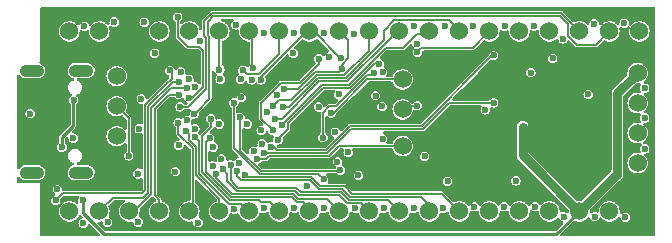
<source format=gbl>
G04 #@! TF.GenerationSoftware,KiCad,Pcbnew,7.0.1-0*
G04 #@! TF.CreationDate,2023-09-07T09:44:33-04:00*
G04 #@! TF.ProjectId,F405_pill,46343035-5f70-4696-9c6c-2e6b69636164,rev?*
G04 #@! TF.SameCoordinates,Original*
G04 #@! TF.FileFunction,Copper,L4,Bot*
G04 #@! TF.FilePolarity,Positive*
%FSLAX46Y46*%
G04 Gerber Fmt 4.6, Leading zero omitted, Abs format (unit mm)*
G04 Created by KiCad (PCBNEW 7.0.1-0) date 2023-09-07 09:44:33*
%MOMM*%
%LPD*%
G01*
G04 APERTURE LIST*
G04 #@! TA.AperFunction,ComponentPad*
%ADD10C,1.524000*%
G04 #@! TD*
G04 #@! TA.AperFunction,ComponentPad*
%ADD11O,2.100000X1.050000*%
G04 #@! TD*
G04 #@! TA.AperFunction,ViaPad*
%ADD12C,0.600000*%
G04 #@! TD*
G04 #@! TA.AperFunction,Conductor*
%ADD13C,0.160000*%
G04 #@! TD*
G04 #@! TA.AperFunction,Conductor*
%ADD14C,0.250000*%
G04 #@! TD*
G04 #@! TA.AperFunction,Conductor*
%ADD15C,0.800000*%
G04 #@! TD*
G04 APERTURE END LIST*
D10*
X146982000Y-88222000D03*
X146982000Y-85682000D03*
X146982000Y-83142000D03*
X146982000Y-80602000D03*
X127090000Y-81120000D03*
X127090000Y-83660000D03*
D11*
X99880000Y-80380000D03*
X99880000Y-89020000D03*
X95700000Y-80380000D03*
X95700000Y-89020000D03*
D10*
X127090000Y-89310000D03*
X127090000Y-86770000D03*
X147147000Y-77057000D03*
X144607000Y-77057000D03*
X142067000Y-77057000D03*
X139527000Y-77057000D03*
X136987000Y-77057000D03*
X134447000Y-77057000D03*
X131907000Y-77057000D03*
X129367000Y-77057000D03*
X126827000Y-77057000D03*
X124287000Y-77057000D03*
X121747000Y-77057000D03*
X119207000Y-77057000D03*
X116667000Y-77057000D03*
X114127000Y-77057000D03*
X111587000Y-77057000D03*
X109047000Y-77057000D03*
X106507000Y-77057000D03*
X103967000Y-77057000D03*
X101427000Y-77057000D03*
X98887000Y-77057000D03*
X98887000Y-92297000D03*
X101427000Y-92297000D03*
X103967000Y-92297000D03*
X106507000Y-92297000D03*
X109047000Y-92297000D03*
X111587000Y-92297000D03*
X114103395Y-92306993D03*
X116667000Y-92297000D03*
X119207000Y-92297000D03*
X121747000Y-92297000D03*
X124287000Y-92297000D03*
X126827000Y-92297000D03*
X129367000Y-92297000D03*
X131907000Y-92297000D03*
X134447000Y-92297000D03*
X136987000Y-92297000D03*
X139527000Y-92297000D03*
X142067000Y-92297000D03*
X144607000Y-92297000D03*
X147147000Y-92297000D03*
X102882000Y-80860000D03*
X102882000Y-83400000D03*
X102882000Y-85940000D03*
X102882000Y-88480000D03*
D12*
X111000000Y-88450000D03*
X128960000Y-87640000D03*
X116487170Y-82441708D03*
X118970000Y-90170000D03*
X145850000Y-76360000D03*
X99200000Y-86100000D03*
X113400000Y-81100000D03*
X140680000Y-77690000D03*
X139800000Y-79350000D03*
X138210000Y-76620000D03*
X115390000Y-77180000D03*
X115330000Y-92050000D03*
X128030000Y-92050000D03*
X133170000Y-91900000D03*
X123065943Y-92050000D03*
X121700000Y-82400000D03*
X105220000Y-76280000D03*
X119980000Y-83450000D03*
X125490000Y-92050000D03*
X123350000Y-89250000D03*
X145950000Y-92800000D03*
X120900000Y-79200000D03*
X114500000Y-87200000D03*
X112850000Y-92130000D03*
X121400000Y-85600000D03*
X135700000Y-91900000D03*
X142800000Y-82400000D03*
X128300000Y-78100000D03*
X109000000Y-81100000D03*
X115600000Y-83900000D03*
X111550000Y-84900000D03*
X115200000Y-86600000D03*
X122480000Y-87300000D03*
X113450000Y-82650000D03*
X136682000Y-89712000D03*
X128080000Y-76620000D03*
X109500000Y-85300000D03*
X109500000Y-81750000D03*
X111050000Y-86850000D03*
X133090000Y-76620000D03*
X109771900Y-93250016D03*
X104970000Y-82790000D03*
X143310000Y-76420000D03*
X112990000Y-76510000D03*
X108300000Y-80500000D03*
X117900000Y-92050000D03*
X117900000Y-77180000D03*
X102121093Y-93228301D03*
X125400000Y-86150000D03*
X113250000Y-88200000D03*
X147590000Y-81880000D03*
X114300000Y-81169155D03*
X117831068Y-78900000D03*
X134100000Y-83700000D03*
X147590000Y-84390000D03*
X123000000Y-77250000D03*
X111650000Y-81100000D03*
X124800000Y-82500000D03*
X104700000Y-93200000D03*
X115110000Y-85450000D03*
X120460000Y-77220000D03*
X128350000Y-83350000D03*
X140730000Y-92740000D03*
X130900000Y-89740000D03*
X100050000Y-93310000D03*
X121570000Y-88090000D03*
X113950000Y-84900000D03*
X109972088Y-77855560D03*
X120410000Y-92050000D03*
X95550000Y-84020000D03*
X100150000Y-76610000D03*
X104710000Y-89100000D03*
X102670000Y-76270000D03*
X125400000Y-80500000D03*
X106100000Y-78900000D03*
X108150000Y-86700000D03*
X147590000Y-87000000D03*
X107850000Y-88925000D03*
X111750000Y-87850000D03*
X135760000Y-76620000D03*
X130640000Y-76620000D03*
X143360000Y-92740000D03*
X104800000Y-85300000D03*
X125350000Y-83420000D03*
X130550000Y-92050000D03*
X97860000Y-90440000D03*
X137950000Y-80550000D03*
X108800000Y-84600000D03*
X138280000Y-91900000D03*
X117900000Y-79900000D03*
X146300000Y-84200000D03*
X132170000Y-89910000D03*
X133910000Y-89910000D03*
X146200000Y-79400000D03*
X148000000Y-90650000D03*
X114200000Y-82700000D03*
X107280000Y-89500000D03*
X107810000Y-92610000D03*
X95520000Y-85990000D03*
X140950000Y-88100000D03*
X133910000Y-85150000D03*
X103900000Y-87600000D03*
X120400000Y-89600000D03*
X112800000Y-83100000D03*
X108140000Y-81347638D03*
X108800000Y-81850000D03*
X108150000Y-82408500D03*
X108089000Y-84808000D03*
X108750000Y-85480000D03*
X109530000Y-86040000D03*
X120350000Y-86050000D03*
X124687906Y-80559500D03*
X125130000Y-79800000D03*
X116540000Y-86240000D03*
X120000000Y-79400000D03*
X116100000Y-85440000D03*
X116839000Y-84978000D03*
X116264000Y-84453500D03*
X116135884Y-83364355D03*
X116990000Y-83430000D03*
X121920000Y-80278500D03*
X117050000Y-81920000D03*
X121840000Y-79330000D03*
X115110000Y-81170000D03*
X114439655Y-80189655D03*
X128350000Y-78810000D03*
X113580000Y-80360000D03*
X111560000Y-80290000D03*
X121800000Y-88800000D03*
X113350000Y-84350000D03*
X99240000Y-82890000D03*
X137250000Y-85126000D03*
X98250000Y-86860000D03*
X100020000Y-91370000D03*
X108049122Y-75859122D03*
X108997825Y-82672657D03*
X108250000Y-83450000D03*
X109460000Y-84050000D03*
X111301754Y-89148246D03*
X111898339Y-88739132D03*
X112525895Y-88351575D03*
X113049839Y-88871723D03*
X113721500Y-89190500D03*
X134800000Y-83100000D03*
X115330000Y-87350000D03*
X115947094Y-86842906D03*
X134800000Y-79100000D03*
X121030000Y-83970000D03*
X114780942Y-87870942D03*
X110850000Y-84450000D03*
X110750000Y-86100000D03*
X107376000Y-80370000D03*
X97710000Y-91370000D03*
D13*
X128350000Y-83350000D02*
X127400000Y-83350000D01*
X127400000Y-83350000D02*
X127090000Y-83660000D01*
X103900000Y-84418000D02*
X102882000Y-83400000D01*
X103900000Y-87600000D02*
X103900000Y-84418000D01*
X119950000Y-89150000D02*
X114982304Y-89150000D01*
X120400000Y-89600000D02*
X119950000Y-89150000D01*
X114982304Y-89150000D02*
X112800000Y-86967696D01*
X112800000Y-86967696D02*
X112800000Y-83100000D01*
X108140000Y-81347638D02*
X107626970Y-81347638D01*
X107626970Y-81347638D02*
X105559999Y-83414609D01*
X102592848Y-91131152D02*
X101427000Y-92297000D01*
X105560000Y-90702304D02*
X105131152Y-91131152D01*
X105131152Y-91131152D02*
X102592848Y-91131152D01*
X105559999Y-83414609D02*
X105560000Y-90702304D01*
X108800000Y-81850000D02*
X107492304Y-81850000D01*
X107492304Y-81850000D02*
X105820000Y-83522304D01*
X104333000Y-92297000D02*
X103967000Y-92297000D01*
X105820000Y-83522304D02*
X105820000Y-90810000D01*
X105820000Y-90810000D02*
X104333000Y-92297000D01*
X106110000Y-83600000D02*
X107301500Y-82408500D01*
X106110000Y-90950000D02*
X106507000Y-91347000D01*
X106507000Y-91347000D02*
X106507000Y-92297000D01*
X108150000Y-82408500D02*
X107301500Y-82408500D01*
X106110000Y-83600000D02*
X106110000Y-90950000D01*
X109047000Y-92297000D02*
X109328999Y-92015001D01*
X108089000Y-85733000D02*
X109328999Y-86972999D01*
X109328999Y-92015001D02*
X109328999Y-86972999D01*
X108089000Y-85733000D02*
X108089000Y-84808000D01*
X108990000Y-85720000D02*
X108990000Y-86266304D01*
X108990000Y-86266304D02*
X109589000Y-86865304D01*
X111587000Y-91250088D02*
X109589000Y-89252088D01*
X108750000Y-85480000D02*
X108990000Y-85720000D01*
X111587000Y-92297000D02*
X111587000Y-91250088D01*
X109589000Y-86865304D02*
X109589000Y-89252088D01*
X109849000Y-89144392D02*
X112024608Y-91320000D01*
X112060000Y-91320000D02*
X112381799Y-91641799D01*
X112381799Y-91641799D02*
X113438201Y-91641799D01*
X112024608Y-91320000D02*
X112060000Y-91320000D01*
X109849000Y-86359000D02*
X109849000Y-89144392D01*
X109530000Y-86040000D02*
X109849000Y-86359000D01*
X113438201Y-91641799D02*
X114103395Y-92306993D01*
X120896447Y-83396447D02*
X120350000Y-83942894D01*
X120896447Y-83396447D02*
X121458945Y-83396447D01*
X124507406Y-80740000D02*
X124687906Y-80559500D01*
X121458945Y-83396447D02*
X124115392Y-80740000D01*
X120350000Y-83942894D02*
X120350000Y-86050000D01*
X124115392Y-80740000D02*
X124507406Y-80740000D01*
X120366194Y-81818502D02*
X117361447Y-84823249D01*
X125130000Y-79800000D02*
X125053848Y-79723848D01*
X116540000Y-86182893D02*
X116540000Y-86240000D01*
X125053848Y-79723848D02*
X124763848Y-79723848D01*
X122669194Y-81818502D02*
X120366194Y-81818502D01*
X117361447Y-85361447D02*
X116540000Y-86182893D01*
X117361447Y-84823249D02*
X117361447Y-85361447D01*
X124763848Y-79723848D02*
X122669194Y-81818502D01*
X120000000Y-79822304D02*
X118402304Y-81420000D01*
X116790000Y-81420000D02*
X115100000Y-83110000D01*
X115100000Y-83110000D02*
X115100000Y-84440000D01*
X120000000Y-79400000D02*
X120000000Y-79822304D01*
X115100000Y-84440000D02*
X116100000Y-85440000D01*
X118402304Y-81420000D02*
X116790000Y-81420000D01*
X127140000Y-78460000D02*
X125660000Y-78460000D01*
X125660000Y-78460000D02*
X122561498Y-81558502D01*
X128920000Y-77300000D02*
X128300000Y-77300000D01*
X128300000Y-77300000D02*
X127140000Y-78460000D01*
X120258498Y-81558502D02*
X116839000Y-84978000D01*
X129367000Y-77057000D02*
X129163000Y-77057000D01*
X129163000Y-77057000D02*
X128920000Y-77300000D01*
X122561498Y-81558502D02*
X120258498Y-81558502D01*
X125730000Y-77945392D02*
X125734608Y-77945392D01*
X125734608Y-77945392D02*
X126623000Y-77057000D01*
X126623000Y-77057000D02*
X126827000Y-77057000D01*
X120011500Y-81298500D02*
X122376891Y-81298501D01*
X116264000Y-84453500D02*
X116856500Y-84453500D01*
X122376891Y-81298501D02*
X125730000Y-77945392D01*
X116856500Y-84453500D02*
X120011500Y-81298500D01*
X116590239Y-82910000D02*
X116135884Y-83364355D01*
X124234000Y-77110000D02*
X124287000Y-77057000D01*
X120822500Y-80778500D02*
X122161500Y-80778500D01*
X124234000Y-78706000D02*
X124234000Y-77110000D01*
X120802000Y-80758000D02*
X120822500Y-80778500D01*
X119816608Y-80758000D02*
X120802000Y-80758000D01*
X117664608Y-82910000D02*
X119816608Y-80758000D01*
X117664608Y-82910000D02*
X116590239Y-82910000D01*
X122161500Y-80778500D02*
X124234000Y-78706000D01*
X131051489Y-76095489D02*
X131854000Y-76898000D01*
X125500000Y-77000000D02*
X126404511Y-76095489D01*
X128968728Y-76095489D02*
X131051489Y-76095489D01*
X116990000Y-83430000D02*
X117512304Y-83430000D01*
X125500000Y-77807696D02*
X125500000Y-77000000D01*
X122269196Y-81038500D02*
X125500000Y-77807696D01*
X126404511Y-76095489D02*
X127225272Y-76095489D01*
X119903804Y-81038500D02*
X122269196Y-81038500D01*
X131854000Y-76898000D02*
X131854000Y-77078000D01*
X127229783Y-76100000D02*
X128964217Y-76100000D01*
X128964217Y-76100000D02*
X128968728Y-76095489D01*
X127225272Y-76095489D02*
X127229783Y-76100000D01*
X117512304Y-83430000D02*
X119903804Y-81038500D01*
X122510000Y-79338823D02*
X122510000Y-77820000D01*
X121920000Y-79928824D02*
X122510000Y-79338823D01*
X118270000Y-81920000D02*
X117050000Y-81920000D01*
X119692000Y-80498000D02*
X121700500Y-80498000D01*
X118270000Y-81920000D02*
X119692000Y-80498000D01*
X121920000Y-80278500D02*
X121700500Y-80498000D01*
X122510000Y-77820000D02*
X121747000Y-77057000D01*
X121920000Y-80278500D02*
X121920000Y-79928824D01*
X121840000Y-79330000D02*
X121830000Y-79330000D01*
X118928736Y-77057000D02*
X119207000Y-77057000D01*
X119557000Y-77057000D02*
X119207000Y-77057000D01*
X118957534Y-77057000D02*
X119207000Y-77057000D01*
X121830000Y-79330000D02*
X119557000Y-77057000D01*
X119207000Y-77057000D02*
X118966961Y-77057000D01*
X115110000Y-80913961D02*
X115110000Y-81170000D01*
X118966961Y-77057000D02*
X115110000Y-80913961D01*
X114439655Y-80189655D02*
X114350000Y-80100000D01*
X114350000Y-80100000D02*
X114350000Y-77354000D01*
X114350000Y-77354000D02*
X114074000Y-77078000D01*
X128350000Y-78810000D02*
X128670000Y-78490000D01*
X133014000Y-78490000D02*
X134447000Y-77057000D01*
X128670000Y-78490000D02*
X133014000Y-78490000D01*
X114966610Y-80689655D02*
X113909655Y-80689655D01*
X116667000Y-78989265D02*
X114966610Y-80689655D01*
X116667000Y-77057000D02*
X116667000Y-78989265D01*
X113909655Y-80689655D02*
X113580000Y-80360000D01*
X111587000Y-80263000D02*
X111587000Y-77057000D01*
X111560000Y-80290000D02*
X111587000Y-80263000D01*
X113450000Y-87250000D02*
X113452893Y-87250000D01*
X115092893Y-88890000D02*
X113350000Y-87147107D01*
X113350000Y-87147107D02*
X113350000Y-84350000D01*
X115092893Y-88890000D02*
X121710000Y-88890000D01*
X121710000Y-88890000D02*
X121800000Y-88800000D01*
X113452893Y-87250000D02*
X113350000Y-87147107D01*
D14*
X98250000Y-86860000D02*
X98250000Y-86017893D01*
D15*
X145282000Y-82302000D02*
X146982000Y-80602000D01*
D14*
X101790000Y-94210000D02*
X100020000Y-92440000D01*
D15*
X145120000Y-89212000D02*
X145282000Y-89212000D01*
D14*
X140122000Y-94210000D02*
X101790000Y-94210000D01*
X142014000Y-92318000D02*
X140122000Y-94210000D01*
X99200000Y-85067892D02*
X99200000Y-82930000D01*
D15*
X137250000Y-87554000D02*
X137250000Y-85126000D01*
D14*
X99200000Y-82930000D02*
X99240000Y-82890000D01*
D15*
X142014000Y-92318000D02*
X145120000Y-89212000D01*
X142014000Y-92318000D02*
X137250000Y-87554000D01*
D14*
X100020000Y-92440000D02*
X100020000Y-91370000D01*
X98250000Y-86017893D02*
X99200000Y-85067892D01*
D15*
X145282000Y-89212000D02*
X145282000Y-82302000D01*
D13*
X108900000Y-78350000D02*
X109850000Y-78350000D01*
X110212088Y-81745019D02*
X109284450Y-82672657D01*
X108049122Y-75859122D02*
X108049122Y-77499122D01*
X110212088Y-81012088D02*
X110212088Y-81745019D01*
X110212088Y-78712088D02*
X110212088Y-81012088D01*
X108049122Y-77499122D02*
X108900000Y-78350000D01*
X109284450Y-82672657D02*
X108997825Y-82672657D01*
X109850000Y-78350000D02*
X110212088Y-78712088D01*
X108927589Y-83450000D02*
X108250000Y-83450000D01*
X110314031Y-76158273D02*
X110314031Y-77475969D01*
X110472088Y-77634026D02*
X110472088Y-81905500D01*
X110975855Y-75496449D02*
X110314031Y-76158273D01*
X110314031Y-77475969D02*
X110472088Y-77634026D01*
X142067000Y-77057000D02*
X140506449Y-75496449D01*
X110472088Y-81905500D02*
X108927589Y-83450000D01*
X140506449Y-75496449D02*
X110975855Y-75496449D01*
X111044031Y-75795969D02*
X110574031Y-76265969D01*
X110574031Y-76265969D02*
X110574031Y-77364031D01*
X141105489Y-77455272D02*
X141105489Y-76463185D01*
X143474000Y-78190000D02*
X141840217Y-78190000D01*
X141105489Y-76463185D02*
X140438273Y-75795969D01*
X109460000Y-84050000D02*
X109730000Y-83780000D01*
X141840217Y-78190000D02*
X141105489Y-77455272D01*
X110574031Y-77364031D02*
X110732088Y-77522088D01*
X144607000Y-77057000D02*
X143474000Y-78190000D01*
X140438273Y-75795969D02*
X111044031Y-75795969D01*
X109517500Y-83992500D02*
X109730000Y-83780000D01*
X110732088Y-82777912D02*
X109730000Y-83780000D01*
X110732088Y-77522088D02*
X110732088Y-82777912D01*
X120663652Y-91213652D02*
X121747000Y-92297000D01*
X117849802Y-90815000D02*
X112665000Y-90815000D01*
X112665000Y-90815000D02*
X111640000Y-89790000D01*
X118248454Y-91213652D02*
X117849802Y-90815000D01*
X120663652Y-91213652D02*
X118248454Y-91213652D01*
X111301754Y-89451754D02*
X111301754Y-89148246D01*
X111640000Y-89790000D02*
X111301754Y-89451754D01*
X124287000Y-92297000D02*
X123560000Y-91570000D01*
X113072304Y-90555000D02*
X112262500Y-89745196D01*
X111898339Y-88739132D02*
X112262500Y-89103293D01*
X121735842Y-90953652D02*
X118358652Y-90953652D01*
X118358652Y-90953652D02*
X117959999Y-90554999D01*
X112262500Y-89103293D02*
X112262500Y-89745196D01*
X122352190Y-91570000D02*
X121735842Y-90953652D01*
X123560000Y-91570000D02*
X122352190Y-91570000D01*
X117959999Y-90554999D02*
X113072304Y-90555000D01*
X118067696Y-90295000D02*
X113180000Y-90295000D01*
X122520002Y-91310000D02*
X121903653Y-90693651D01*
X121903653Y-90693651D02*
X118466347Y-90693651D01*
X125840000Y-91310000D02*
X122520002Y-91310000D01*
X126827000Y-92297000D02*
X125840000Y-91310000D01*
X113180000Y-90295000D02*
X112842500Y-89957500D01*
X112842500Y-89957500D02*
X112525895Y-89640895D01*
X112525895Y-89640895D02*
X112525895Y-88351575D01*
X118466347Y-90693651D02*
X118067696Y-90295000D01*
X113049839Y-88871723D02*
X113049839Y-89309839D01*
X122140001Y-90559999D02*
X122040001Y-90459999D01*
X128680000Y-91050000D02*
X129367000Y-91737000D01*
X122630002Y-91050000D02*
X128680000Y-91050000D01*
X129367000Y-91560000D02*
X129367000Y-92120000D01*
X119217107Y-89670000D02*
X113410000Y-89670000D01*
X122630002Y-91050000D02*
X122140001Y-90559999D01*
X113049839Y-89309839D02*
X113410000Y-89670000D01*
X122013653Y-90433651D02*
X119980758Y-90433651D01*
X122140001Y-90559999D02*
X122013653Y-90433651D01*
X119980758Y-90433651D02*
X119217107Y-89670000D01*
X122040001Y-90459999D02*
X122630003Y-91050001D01*
X130400000Y-90790000D02*
X131907000Y-92297000D01*
X122180000Y-90170000D02*
X122800000Y-90790000D01*
X119350000Y-89410000D02*
X120110000Y-90170000D01*
X113721500Y-89190500D02*
X113941000Y-89410000D01*
X113941000Y-89410000D02*
X119350000Y-89410000D01*
X122800000Y-90790000D02*
X130400000Y-90790000D01*
X120110000Y-90170000D02*
X122180000Y-90170000D01*
X120724803Y-87350000D02*
X122742803Y-85332000D01*
X134800000Y-83100000D02*
X131057696Y-83100000D01*
X128825696Y-85332000D02*
X131057696Y-83100000D01*
X122742803Y-85332000D02*
X128825696Y-85332000D01*
X115330000Y-87350000D02*
X120724803Y-87350000D01*
X116257094Y-86842906D02*
X115947094Y-86842906D01*
X134690000Y-79100000D02*
X128718000Y-85072000D01*
X116257094Y-86897094D02*
X116257094Y-86842906D01*
X116450000Y-87090000D02*
X116257094Y-86897094D01*
X134800000Y-79100000D02*
X134690000Y-79100000D01*
X120617106Y-87090000D02*
X116450000Y-87090000D01*
X122635107Y-85072000D02*
X120617106Y-87090000D01*
X128718000Y-85072000D02*
X122635107Y-85072000D01*
X121030000Y-83970000D02*
X121253088Y-83970000D01*
X127090000Y-81120000D02*
X124103088Y-81120000D01*
X121253088Y-83970000D02*
X124103088Y-81120000D01*
X115529058Y-87870942D02*
X114780942Y-87870942D01*
X121672499Y-86770000D02*
X120832499Y-87610000D01*
X115789999Y-87610001D02*
X115529058Y-87870942D01*
X120832499Y-87610000D02*
X115789999Y-87610001D01*
X127090000Y-86770000D02*
X121672499Y-86770000D01*
X110900000Y-85100000D02*
X110900000Y-84500000D01*
X110900000Y-84500000D02*
X110850000Y-84450000D01*
X110109000Y-85941000D02*
X110900000Y-85150000D01*
X115905001Y-91535001D02*
X115137892Y-91535001D01*
X116667000Y-92297000D02*
X115905001Y-91535001D01*
X115137892Y-91535001D02*
X114952891Y-91350000D01*
X110900000Y-85150000D02*
X110900000Y-85100000D01*
X114952891Y-91350000D02*
X112457696Y-91350000D01*
X110109000Y-89000000D02*
X110109000Y-85941000D01*
X110109000Y-89001304D02*
X110109000Y-89000000D01*
X112457696Y-91350000D02*
X110109000Y-89001304D01*
X112550392Y-91075000D02*
X110462696Y-88987304D01*
X117750000Y-91100000D02*
X117725000Y-91075000D01*
X110462696Y-88987304D02*
X110462696Y-86387304D01*
X117725000Y-91075000D02*
X112550392Y-91075000D01*
X118600000Y-91473652D02*
X118123652Y-91473652D01*
X110462696Y-86387304D02*
X110750000Y-86100000D01*
X119207000Y-92057000D02*
X118623652Y-91473652D01*
X118623652Y-91473652D02*
X118600000Y-91473652D01*
X118123652Y-91473652D02*
X117750000Y-91100000D01*
X119207000Y-92297000D02*
X119207000Y-92057000D01*
X105299998Y-83300002D02*
X105299998Y-90509998D01*
X107060000Y-81530000D02*
X107060000Y-81540000D01*
X105299998Y-90509998D02*
X105300000Y-90510000D01*
X107530000Y-81060000D02*
X107060000Y-81530000D01*
X107530000Y-80524000D02*
X107376000Y-80370000D01*
X105300000Y-90510000D02*
X105300000Y-90520000D01*
X107530000Y-81060000D02*
X107530000Y-80524000D01*
X105300000Y-90520000D02*
X105040000Y-90780000D01*
X107060000Y-81540000D02*
X105299998Y-83300002D01*
X105040000Y-90780000D02*
X98300000Y-90780000D01*
X98300000Y-90780000D02*
X97710000Y-91370000D01*
G04 #@! TA.AperFunction,Conductor*
G36*
X148436500Y-75005670D02*
G01*
X148482619Y-75051789D01*
X148499500Y-75114789D01*
X148499500Y-94281403D01*
X148482619Y-94344403D01*
X148436500Y-94390522D01*
X148373500Y-94407403D01*
X140547692Y-94407403D01*
X140490489Y-94393670D01*
X140445756Y-94355464D01*
X140423243Y-94301114D01*
X140427859Y-94242467D01*
X140458594Y-94192310D01*
X141551019Y-93099884D01*
X141592909Y-93072159D01*
X141642308Y-93063003D01*
X141691356Y-93073876D01*
X141799005Y-93121805D01*
X141976348Y-93159500D01*
X142157650Y-93159500D01*
X142157652Y-93159500D01*
X142334995Y-93121805D01*
X142500626Y-93048061D01*
X142647304Y-92941493D01*
X142737374Y-92841460D01*
X142758932Y-92817518D01*
X142818366Y-92780559D01*
X142888354Y-92781017D01*
X142947300Y-92818750D01*
X142961661Y-92849373D01*
X142965294Y-92847523D01*
X143031951Y-92978344D01*
X143121655Y-93068048D01*
X143121657Y-93068049D01*
X143121658Y-93068050D01*
X143234696Y-93125646D01*
X143360000Y-93145492D01*
X143485304Y-93125646D01*
X143598342Y-93068050D01*
X143688050Y-92978342D01*
X143739191Y-92877970D01*
X143778736Y-92832279D01*
X143835010Y-92810253D01*
X143895067Y-92816963D01*
X143945093Y-92850864D01*
X143997600Y-92909179D01*
X144026696Y-92941493D01*
X144173374Y-93048061D01*
X144339005Y-93121805D01*
X144516348Y-93159500D01*
X144697650Y-93159500D01*
X144697652Y-93159500D01*
X144874995Y-93121805D01*
X145040626Y-93048061D01*
X145187304Y-92941493D01*
X145308621Y-92806757D01*
X145316658Y-92792835D01*
X145359379Y-92748748D01*
X145417864Y-92730081D01*
X145478228Y-92741267D01*
X145526141Y-92779651D01*
X145550228Y-92836120D01*
X145564354Y-92925304D01*
X145621951Y-93038344D01*
X145711655Y-93128048D01*
X145711657Y-93128049D01*
X145711658Y-93128050D01*
X145824696Y-93185646D01*
X145950000Y-93205492D01*
X146075304Y-93185646D01*
X146188342Y-93128050D01*
X146278050Y-93038342D01*
X146335646Y-92925304D01*
X146355492Y-92800000D01*
X146335646Y-92674696D01*
X146278050Y-92561658D01*
X146278049Y-92561657D01*
X146278048Y-92561655D01*
X146188344Y-92471951D01*
X146075304Y-92414354D01*
X145950000Y-92394507D01*
X145824695Y-92414354D01*
X145711657Y-92471950D01*
X145677416Y-92506191D01*
X145624738Y-92537718D01*
X145563415Y-92540609D01*
X145508004Y-92514179D01*
X145471661Y-92464702D01*
X145463011Y-92403929D01*
X145474251Y-92297000D01*
X145455299Y-92116688D01*
X145400606Y-91948359D01*
X145399273Y-91944256D01*
X145308622Y-91787244D01*
X145235198Y-91705699D01*
X145187304Y-91652507D01*
X145185418Y-91651137D01*
X145100840Y-91589687D01*
X145040626Y-91545939D01*
X144874995Y-91472195D01*
X144697652Y-91434500D01*
X144516348Y-91434500D01*
X144402514Y-91458696D01*
X144339000Y-91472196D01*
X144173376Y-91545937D01*
X144026696Y-91652506D01*
X143905377Y-91787244D01*
X143814726Y-91944256D01*
X143758701Y-92116686D01*
X143757599Y-92127173D01*
X143740626Y-92288661D01*
X143740257Y-92292168D01*
X143719712Y-92348999D01*
X143675069Y-92389728D01*
X143616596Y-92404986D01*
X143557744Y-92391264D01*
X143485304Y-92354354D01*
X143360000Y-92334507D01*
X143234695Y-92354354D01*
X143117651Y-92413991D01*
X143052204Y-92427454D01*
X142989075Y-92405560D01*
X142946018Y-92354466D01*
X142938656Y-92309853D01*
X142935635Y-92310171D01*
X142934250Y-92296998D01*
X142922325Y-92183537D01*
X142928862Y-92128307D01*
X142958538Y-92081274D01*
X145293496Y-89746316D01*
X145347088Y-89714518D01*
X145353960Y-89712500D01*
X145353961Y-89712500D01*
X145380014Y-89704849D01*
X145397564Y-89701031D01*
X145424457Y-89697165D01*
X145449160Y-89685882D01*
X145465997Y-89679603D01*
X145492053Y-89671953D01*
X145514895Y-89657272D01*
X145530663Y-89648661D01*
X145555373Y-89637377D01*
X145575890Y-89619597D01*
X145590283Y-89608824D01*
X145599199Y-89603094D01*
X145613128Y-89594143D01*
X145623977Y-89581622D01*
X145630909Y-89573623D01*
X145643623Y-89560909D01*
X145655635Y-89550500D01*
X145664143Y-89543128D01*
X145678824Y-89520283D01*
X145689597Y-89505890D01*
X145707377Y-89485373D01*
X145718661Y-89460663D01*
X145727273Y-89444895D01*
X145741953Y-89422053D01*
X145749602Y-89396000D01*
X145755882Y-89379160D01*
X145767165Y-89354457D01*
X145771031Y-89327564D01*
X145774849Y-89310014D01*
X145782500Y-89283961D01*
X145782500Y-89140039D01*
X145782500Y-82561504D01*
X145792091Y-82513286D01*
X145819402Y-82472411D01*
X146790410Y-81501402D01*
X146831285Y-81474091D01*
X146879503Y-81464500D01*
X147072653Y-81464500D01*
X147084992Y-81461877D01*
X147127780Y-81452782D01*
X147197586Y-81457815D01*
X147253938Y-81499323D01*
X147279447Y-81564498D01*
X147266243Y-81633231D01*
X147204354Y-81754695D01*
X147184507Y-81880000D01*
X147204354Y-82005304D01*
X147257100Y-82108824D01*
X147270304Y-82177556D01*
X147244796Y-82242730D01*
X147188445Y-82284239D01*
X147118637Y-82289274D01*
X147072652Y-82279500D01*
X146891348Y-82279500D01*
X146743555Y-82310914D01*
X146714000Y-82317196D01*
X146548376Y-82390937D01*
X146401696Y-82497506D01*
X146280377Y-82632244D01*
X146189726Y-82789256D01*
X146133701Y-82961686D01*
X146114749Y-83142000D01*
X146133701Y-83322313D01*
X146189726Y-83494743D01*
X146280377Y-83651755D01*
X146376084Y-83758048D01*
X146401696Y-83786493D01*
X146548374Y-83893061D01*
X146714005Y-83966805D01*
X146891348Y-84004500D01*
X147072652Y-84004500D01*
X147110636Y-83996426D01*
X147180442Y-84001459D01*
X147236795Y-84042967D01*
X147262304Y-84108142D01*
X147249100Y-84176874D01*
X147204354Y-84264693D01*
X147184507Y-84389999D01*
X147203249Y-84508330D01*
X147204354Y-84515304D01*
X147213471Y-84533198D01*
X147271010Y-84646123D01*
X147269816Y-84646731D01*
X147287286Y-84676627D01*
X147288291Y-84740566D01*
X147257778Y-84796764D01*
X147203608Y-84830745D01*
X147139732Y-84833758D01*
X147105034Y-84826383D01*
X147072652Y-84819500D01*
X146891348Y-84819500D01*
X146736818Y-84852345D01*
X146714000Y-84857196D01*
X146548376Y-84930937D01*
X146401696Y-85037506D01*
X146280377Y-85172244D01*
X146189726Y-85329256D01*
X146133701Y-85501686D01*
X146114749Y-85682000D01*
X146133701Y-85862313D01*
X146189726Y-86034743D01*
X146280377Y-86191755D01*
X146376577Y-86298596D01*
X146401696Y-86326493D01*
X146548374Y-86433061D01*
X146714005Y-86506805D01*
X146891348Y-86544500D01*
X147072650Y-86544500D01*
X147072652Y-86544500D01*
X147172752Y-86523223D01*
X147236625Y-86526236D01*
X147290796Y-86560216D01*
X147321309Y-86616414D01*
X147320305Y-86680353D01*
X147288043Y-86735564D01*
X147261950Y-86761657D01*
X147204354Y-86874695D01*
X147184507Y-87000000D01*
X147204354Y-87125304D01*
X147234244Y-87183966D01*
X147247448Y-87252697D01*
X147221940Y-87317872D01*
X147165589Y-87359381D01*
X147095782Y-87364416D01*
X147072653Y-87359500D01*
X147072652Y-87359500D01*
X146891348Y-87359500D01*
X146736818Y-87392345D01*
X146714000Y-87397196D01*
X146548376Y-87470937D01*
X146401696Y-87577506D01*
X146280377Y-87712244D01*
X146189726Y-87869256D01*
X146133701Y-88041686D01*
X146114749Y-88222000D01*
X146133701Y-88402313D01*
X146189726Y-88574743D01*
X146280377Y-88731755D01*
X146390391Y-88853938D01*
X146401696Y-88866493D01*
X146548374Y-88973061D01*
X146714005Y-89046805D01*
X146891348Y-89084500D01*
X147072650Y-89084500D01*
X147072652Y-89084500D01*
X147249995Y-89046805D01*
X147415626Y-88973061D01*
X147562304Y-88866493D01*
X147683621Y-88731757D01*
X147774273Y-88574743D01*
X147830299Y-88402312D01*
X147849251Y-88222000D01*
X147830299Y-88041688D01*
X147796814Y-87938632D01*
X147774273Y-87869256D01*
X147683620Y-87712241D01*
X147585490Y-87603256D01*
X147555547Y-87543527D01*
X147560353Y-87476886D01*
X147598558Y-87422071D01*
X147659415Y-87394497D01*
X147715304Y-87385646D01*
X147828342Y-87328050D01*
X147918050Y-87238342D01*
X147975646Y-87125304D01*
X147995492Y-87000000D01*
X147975646Y-86874696D01*
X147918050Y-86761658D01*
X147918049Y-86761657D01*
X147918048Y-86761655D01*
X147828344Y-86671951D01*
X147715304Y-86614354D01*
X147570289Y-86591386D01*
X147570611Y-86589350D01*
X147535127Y-86585432D01*
X147481952Y-86545506D01*
X147456506Y-86484071D01*
X147465876Y-86418239D01*
X147507451Y-86366345D01*
X147562304Y-86326493D01*
X147683621Y-86191757D01*
X147774273Y-86034743D01*
X147830299Y-85862312D01*
X147849251Y-85682000D01*
X147830299Y-85501688D01*
X147784800Y-85361655D01*
X147774273Y-85329256D01*
X147683622Y-85172244D01*
X147653096Y-85138342D01*
X147562304Y-85037507D01*
X147539869Y-85021207D01*
X147501665Y-84976474D01*
X147487932Y-84919271D01*
X147501665Y-84862069D01*
X147539872Y-84817336D01*
X147594220Y-84794823D01*
X147715304Y-84775646D01*
X147828342Y-84718050D01*
X147918050Y-84628342D01*
X147975646Y-84515304D01*
X147995492Y-84390000D01*
X147975646Y-84264696D01*
X147918050Y-84151658D01*
X147918049Y-84151657D01*
X147918048Y-84151655D01*
X147828344Y-84061951D01*
X147715304Y-84004354D01*
X147638926Y-83992257D01*
X147578068Y-83964682D01*
X147539864Y-83909867D01*
X147535058Y-83843226D01*
X147565000Y-83783498D01*
X147683621Y-83651757D01*
X147774273Y-83494743D01*
X147830299Y-83322312D01*
X147849251Y-83142000D01*
X147830299Y-82961688D01*
X147797796Y-82861655D01*
X147774273Y-82789256D01*
X147683622Y-82632244D01*
X147553969Y-82488250D01*
X147524026Y-82428520D01*
X147528832Y-82361879D01*
X147567036Y-82307065D01*
X147627894Y-82279490D01*
X147715304Y-82265646D01*
X147828342Y-82208050D01*
X147918050Y-82118342D01*
X147975646Y-82005304D01*
X147995492Y-81880000D01*
X147975646Y-81754696D01*
X147918050Y-81641658D01*
X147918049Y-81641657D01*
X147918048Y-81641655D01*
X147828344Y-81551951D01*
X147715304Y-81494354D01*
X147610041Y-81477682D01*
X147555690Y-81455169D01*
X147517484Y-81410434D01*
X147503752Y-81353231D01*
X147517487Y-81296027D01*
X147555692Y-81251296D01*
X147562304Y-81246493D01*
X147683621Y-81111757D01*
X147774273Y-80954743D01*
X147830299Y-80782312D01*
X147849251Y-80602000D01*
X147830299Y-80421688D01*
X147791984Y-80303767D01*
X147774273Y-80249256D01*
X147683622Y-80092244D01*
X147562303Y-79957506D01*
X147466417Y-79887841D01*
X147415626Y-79850939D01*
X147249995Y-79777195D01*
X147072652Y-79739500D01*
X146891348Y-79739500D01*
X146750979Y-79769336D01*
X146714000Y-79777196D01*
X146548376Y-79850937D01*
X146401696Y-79957506D01*
X146280377Y-80092244D01*
X146189726Y-80249256D01*
X146133701Y-80421686D01*
X146114749Y-80602000D01*
X146123630Y-80686505D01*
X146117093Y-80741734D01*
X146087415Y-80788769D01*
X144975721Y-81900463D01*
X144954754Y-81917361D01*
X144950874Y-81919854D01*
X144918398Y-81957333D01*
X144912276Y-81963908D01*
X144902778Y-81973406D01*
X144894731Y-81984156D01*
X144889093Y-81991153D01*
X144856621Y-82028629D01*
X144854706Y-82032822D01*
X144840972Y-82055970D01*
X144838205Y-82059666D01*
X144820875Y-82106128D01*
X144817434Y-82114434D01*
X144796834Y-82159541D01*
X144796178Y-82164108D01*
X144789520Y-82190195D01*
X144787909Y-82194513D01*
X144784370Y-82243981D01*
X144783410Y-82252912D01*
X144781505Y-82266170D01*
X144781500Y-82266202D01*
X144781500Y-82279620D01*
X144781179Y-82288608D01*
X144778344Y-82328252D01*
X144777641Y-82338074D01*
X144778620Y-82342574D01*
X144781500Y-82369357D01*
X144781500Y-88785512D01*
X144770114Y-88837853D01*
X144738014Y-88880735D01*
X144737856Y-88880871D01*
X144735360Y-88884756D01*
X144718460Y-88905725D01*
X142226590Y-91397595D01*
X142185713Y-91424909D01*
X142137495Y-91434500D01*
X141976347Y-91434500D01*
X141929425Y-91444473D01*
X141867443Y-91442037D01*
X141814135Y-91410321D01*
X137787405Y-87383591D01*
X137760091Y-87342714D01*
X137750500Y-87294496D01*
X137750500Y-85090198D01*
X137735165Y-84983543D01*
X137727947Y-84967739D01*
X137675377Y-84852627D01*
X137581128Y-84743857D01*
X137581127Y-84743856D01*
X137581126Y-84743855D01*
X137460053Y-84666047D01*
X137321962Y-84625500D01*
X137321961Y-84625500D01*
X137178039Y-84625500D01*
X137178038Y-84625500D01*
X137039946Y-84666047D01*
X136918873Y-84743855D01*
X136824622Y-84852628D01*
X136764834Y-84983543D01*
X136749500Y-85090198D01*
X136749500Y-87486643D01*
X136746620Y-87513426D01*
X136745641Y-87517925D01*
X136749179Y-87567391D01*
X136749500Y-87576380D01*
X136749500Y-87589798D01*
X136751410Y-87603088D01*
X136752370Y-87612019D01*
X136755909Y-87661484D01*
X136757518Y-87665798D01*
X136764178Y-87691891D01*
X136764834Y-87696454D01*
X136764834Y-87696455D01*
X136764835Y-87696457D01*
X136784243Y-87738955D01*
X136785431Y-87741555D01*
X136788872Y-87749865D01*
X136806202Y-87796329D01*
X136808966Y-87800021D01*
X136822709Y-87823184D01*
X136824621Y-87827372D01*
X136857091Y-87864844D01*
X136862733Y-87871846D01*
X136870774Y-87882588D01*
X136870778Y-87882592D01*
X136870779Y-87882593D01*
X136880275Y-87892089D01*
X136886394Y-87898661D01*
X136918432Y-87935636D01*
X136918872Y-87936143D01*
X136922749Y-87938635D01*
X136943723Y-87955537D01*
X141165377Y-92177191D01*
X141195054Y-92224224D01*
X141201592Y-92279451D01*
X141199748Y-92296997D01*
X141203235Y-92330173D01*
X141194584Y-92390951D01*
X141158240Y-92440427D01*
X141102829Y-92466856D01*
X141041507Y-92463964D01*
X140988830Y-92432437D01*
X140968344Y-92411951D01*
X140855304Y-92354354D01*
X140730000Y-92334507D01*
X140604693Y-92354354D01*
X140574018Y-92369984D01*
X140515166Y-92383706D01*
X140456694Y-92368448D01*
X140412051Y-92327719D01*
X140391506Y-92270888D01*
X140389868Y-92255304D01*
X140375299Y-92116688D01*
X140320606Y-91948359D01*
X140319273Y-91944256D01*
X140228622Y-91787244D01*
X140155198Y-91705699D01*
X140107304Y-91652507D01*
X140105418Y-91651137D01*
X140020840Y-91589687D01*
X139960626Y-91545939D01*
X139794995Y-91472195D01*
X139617652Y-91434500D01*
X139436348Y-91434500D01*
X139322514Y-91458696D01*
X139259000Y-91472196D01*
X139093376Y-91545937D01*
X138946693Y-91652508D01*
X138850124Y-91759758D01*
X138800099Y-91793659D01*
X138740042Y-91800369D01*
X138683768Y-91778344D01*
X138644222Y-91732650D01*
X138637693Y-91719836D01*
X138608050Y-91661658D01*
X138608049Y-91661657D01*
X138608048Y-91661655D01*
X138518344Y-91571951D01*
X138405304Y-91514354D01*
X138280000Y-91494507D01*
X138154695Y-91514354D01*
X138041655Y-91571951D01*
X137951949Y-91661657D01*
X137899152Y-91765277D01*
X137859606Y-91810970D01*
X137803332Y-91832995D01*
X137743275Y-91826285D01*
X137693250Y-91792384D01*
X137615198Y-91705699D01*
X137567304Y-91652507D01*
X137565418Y-91651137D01*
X137480840Y-91589687D01*
X137420626Y-91545939D01*
X137254995Y-91472195D01*
X137077652Y-91434500D01*
X136896348Y-91434500D01*
X136782514Y-91458696D01*
X136719000Y-91472196D01*
X136553376Y-91545937D01*
X136406696Y-91652506D01*
X136284581Y-91788128D01*
X136234555Y-91822029D01*
X136174499Y-91828739D01*
X136118225Y-91806714D01*
X136078678Y-91761020D01*
X136057693Y-91719836D01*
X136028050Y-91661658D01*
X136028049Y-91661657D01*
X136028048Y-91661655D01*
X135938344Y-91571951D01*
X135825304Y-91514354D01*
X135700000Y-91494507D01*
X135574695Y-91514354D01*
X135461655Y-91571951D01*
X135371949Y-91661657D01*
X135333607Y-91736907D01*
X135294060Y-91782600D01*
X135237787Y-91804625D01*
X135177730Y-91797915D01*
X135127705Y-91764013D01*
X135027305Y-91652508D01*
X135027302Y-91652506D01*
X134880626Y-91545939D01*
X134714995Y-91472195D01*
X134537652Y-91434500D01*
X134356348Y-91434500D01*
X134242514Y-91458696D01*
X134179000Y-91472196D01*
X134013376Y-91545937D01*
X133866696Y-91652506D01*
X133750967Y-91781036D01*
X133700941Y-91814937D01*
X133640885Y-91821647D01*
X133584611Y-91799622D01*
X133545064Y-91753928D01*
X133527693Y-91719836D01*
X133498050Y-91661658D01*
X133498049Y-91661657D01*
X133498048Y-91661655D01*
X133408344Y-91571951D01*
X133295304Y-91514354D01*
X133170000Y-91494507D01*
X133044695Y-91514354D01*
X132931655Y-91571951D01*
X132841950Y-91661656D01*
X132799994Y-91743999D01*
X132760448Y-91789692D01*
X132704174Y-91811717D01*
X132644117Y-91805007D01*
X132594092Y-91771106D01*
X132493842Y-91659768D01*
X132487304Y-91652507D01*
X132485418Y-91651137D01*
X132400840Y-91589687D01*
X132340626Y-91545939D01*
X132174995Y-91472195D01*
X131997652Y-91434500D01*
X131816348Y-91434500D01*
X131726498Y-91453598D01*
X131639004Y-91472195D01*
X131570452Y-91502717D01*
X131509465Y-91529870D01*
X131460417Y-91540744D01*
X131411018Y-91531588D01*
X131369123Y-91503858D01*
X130547331Y-90682066D01*
X130532732Y-90664549D01*
X130523276Y-90650850D01*
X130523275Y-90650849D01*
X130492070Y-90634472D01*
X130485454Y-90630740D01*
X130455306Y-90612515D01*
X130455304Y-90612514D01*
X130455300Y-90612512D01*
X130453740Y-90612026D01*
X130451940Y-90611280D01*
X130448012Y-90610185D01*
X130446073Y-90609890D01*
X130444490Y-90609500D01*
X130444489Y-90609500D01*
X130409252Y-90609500D01*
X130401646Y-90609270D01*
X130400362Y-90609192D01*
X130366492Y-90607143D01*
X130364899Y-90607436D01*
X130342184Y-90609500D01*
X122926957Y-90609500D01*
X122878739Y-90599909D01*
X122837862Y-90572596D01*
X122327329Y-90062064D01*
X122312727Y-90044543D01*
X122309626Y-90040050D01*
X122303276Y-90030850D01*
X122303275Y-90030849D01*
X122272070Y-90014472D01*
X122265454Y-90010740D01*
X122235306Y-89992515D01*
X122235304Y-89992514D01*
X122235300Y-89992512D01*
X122233740Y-89992026D01*
X122231940Y-89991280D01*
X122228012Y-89990185D01*
X122226073Y-89989890D01*
X122224490Y-89989500D01*
X122224489Y-89989500D01*
X122189252Y-89989500D01*
X122181646Y-89989270D01*
X122180362Y-89989192D01*
X122146492Y-89987143D01*
X122144899Y-89987436D01*
X122122184Y-89989500D01*
X120856645Y-89989500D01*
X120795079Y-89973434D01*
X120749212Y-89929335D01*
X120730742Y-89868447D01*
X120744378Y-89806297D01*
X120760589Y-89774481D01*
X120778158Y-89740000D01*
X130494507Y-89740000D01*
X130514354Y-89865304D01*
X130571951Y-89978344D01*
X130661655Y-90068048D01*
X130661657Y-90068049D01*
X130661658Y-90068050D01*
X130774696Y-90125646D01*
X130900000Y-90145492D01*
X131025304Y-90125646D01*
X131138342Y-90068050D01*
X131228050Y-89978342D01*
X131285646Y-89865304D01*
X131305492Y-89740000D01*
X131301057Y-89711999D01*
X136276507Y-89711999D01*
X136296354Y-89837304D01*
X136353951Y-89950344D01*
X136443655Y-90040048D01*
X136443657Y-90040049D01*
X136443658Y-90040050D01*
X136556696Y-90097646D01*
X136682000Y-90117492D01*
X136807304Y-90097646D01*
X136920342Y-90040050D01*
X137010050Y-89950342D01*
X137067646Y-89837304D01*
X137087492Y-89712000D01*
X137067646Y-89586696D01*
X137010050Y-89473658D01*
X137010049Y-89473657D01*
X137010048Y-89473655D01*
X136920344Y-89383951D01*
X136807304Y-89326354D01*
X136682000Y-89306507D01*
X136556695Y-89326354D01*
X136443655Y-89383951D01*
X136353951Y-89473655D01*
X136296354Y-89586695D01*
X136276507Y-89711999D01*
X131301057Y-89711999D01*
X131285646Y-89614696D01*
X131228050Y-89501658D01*
X131228049Y-89501657D01*
X131228048Y-89501655D01*
X131138344Y-89411951D01*
X131025304Y-89354354D01*
X130900000Y-89334507D01*
X130774695Y-89354354D01*
X130661655Y-89411951D01*
X130571951Y-89501655D01*
X130514354Y-89614695D01*
X130494507Y-89740000D01*
X120778158Y-89740000D01*
X120785646Y-89725304D01*
X120805492Y-89600000D01*
X120785646Y-89474696D01*
X120728050Y-89361658D01*
X120728049Y-89361657D01*
X120728048Y-89361655D01*
X120651988Y-89285595D01*
X120630175Y-89250000D01*
X122944507Y-89250000D01*
X122964354Y-89375304D01*
X123021951Y-89488344D01*
X123111655Y-89578048D01*
X123111657Y-89578049D01*
X123111658Y-89578050D01*
X123224696Y-89635646D01*
X123350000Y-89655492D01*
X123475304Y-89635646D01*
X123588342Y-89578050D01*
X123678050Y-89488342D01*
X123735646Y-89375304D01*
X123755492Y-89250000D01*
X123735646Y-89124696D01*
X123678050Y-89011658D01*
X123678049Y-89011657D01*
X123678048Y-89011655D01*
X123588344Y-88921951D01*
X123475304Y-88864354D01*
X123350000Y-88844507D01*
X123224695Y-88864354D01*
X123111655Y-88921951D01*
X123021951Y-89011655D01*
X122964354Y-89124695D01*
X122944507Y-89250000D01*
X120630175Y-89250000D01*
X120621250Y-89235436D01*
X120616634Y-89176789D01*
X120639147Y-89122439D01*
X120683880Y-89084233D01*
X120741083Y-89070500D01*
X121451917Y-89070500D01*
X121500135Y-89080091D01*
X121541012Y-89107405D01*
X121561655Y-89128048D01*
X121561657Y-89128049D01*
X121561658Y-89128050D01*
X121674696Y-89185646D01*
X121800000Y-89205492D01*
X121925304Y-89185646D01*
X122038342Y-89128050D01*
X122128050Y-89038342D01*
X122185646Y-88925304D01*
X122205492Y-88800000D01*
X122185646Y-88674696D01*
X122128050Y-88561658D01*
X122128049Y-88561657D01*
X122128048Y-88561655D01*
X122038342Y-88471949D01*
X121981140Y-88442803D01*
X121932671Y-88399160D01*
X121912517Y-88337130D01*
X121926077Y-88273335D01*
X121955646Y-88215304D01*
X121975492Y-88090000D01*
X121975229Y-88088342D01*
X121968443Y-88045492D01*
X121955646Y-87964696D01*
X121898050Y-87851658D01*
X121898049Y-87851657D01*
X121898048Y-87851655D01*
X121808344Y-87761951D01*
X121695304Y-87704354D01*
X121570000Y-87684507D01*
X121444695Y-87704354D01*
X121331655Y-87761951D01*
X121241951Y-87851655D01*
X121184354Y-87964695D01*
X121164507Y-88089999D01*
X121184354Y-88215304D01*
X121241951Y-88328344D01*
X121331655Y-88418048D01*
X121331657Y-88418049D01*
X121331658Y-88418050D01*
X121362571Y-88433801D01*
X121388858Y-88447195D01*
X121437327Y-88490837D01*
X121457482Y-88552865D01*
X121443924Y-88616661D01*
X121443179Y-88618124D01*
X121431675Y-88640700D01*
X121385245Y-88690932D01*
X121319408Y-88709500D01*
X115219848Y-88709500D01*
X115171630Y-88699909D01*
X115130753Y-88672595D01*
X114902014Y-88443856D01*
X114871276Y-88393697D01*
X114866660Y-88335050D01*
X114889173Y-88280700D01*
X114933904Y-88242495D01*
X115019284Y-88198992D01*
X115066185Y-88152091D01*
X115123104Y-88095173D01*
X115124910Y-88096979D01*
X115149842Y-88070009D01*
X115215677Y-88051442D01*
X115501206Y-88051442D01*
X115523917Y-88053505D01*
X115540283Y-88056505D01*
X115573932Y-88046017D01*
X115581236Y-88043982D01*
X115615451Y-88035550D01*
X115615456Y-88035544D01*
X115616881Y-88034798D01*
X115618692Y-88034048D01*
X115622274Y-88032027D01*
X115623850Y-88030868D01*
X115625227Y-88030034D01*
X115625232Y-88030033D01*
X115650160Y-88005103D01*
X115655651Y-87999934D01*
X115682052Y-87976546D01*
X115682054Y-87976540D01*
X115682972Y-87975212D01*
X115697570Y-87957693D01*
X115827862Y-87827401D01*
X115868736Y-87800091D01*
X115916954Y-87790500D01*
X120804647Y-87790500D01*
X120827358Y-87792563D01*
X120843724Y-87795563D01*
X120877373Y-87785075D01*
X120884677Y-87783040D01*
X120918892Y-87774608D01*
X120918897Y-87774602D01*
X120920322Y-87773856D01*
X120922133Y-87773106D01*
X120925715Y-87771085D01*
X120927291Y-87769926D01*
X120928668Y-87769092D01*
X120928673Y-87769091D01*
X120953601Y-87744161D01*
X120959092Y-87738992D01*
X120985493Y-87715604D01*
X120985494Y-87715599D01*
X120986412Y-87714272D01*
X121001013Y-87696749D01*
X121710359Y-86987404D01*
X121751237Y-86960091D01*
X121799455Y-86950500D01*
X122002974Y-86950500D01*
X122064540Y-86966566D01*
X122110407Y-87010665D01*
X122128877Y-87071553D01*
X122115241Y-87133703D01*
X122094354Y-87174695D01*
X122074507Y-87300000D01*
X122094354Y-87425304D01*
X122151951Y-87538344D01*
X122241655Y-87628048D01*
X122241657Y-87628049D01*
X122241658Y-87628050D01*
X122354696Y-87685646D01*
X122480000Y-87705492D01*
X122605304Y-87685646D01*
X122694889Y-87640000D01*
X128554507Y-87640000D01*
X128574354Y-87765304D01*
X128631951Y-87878344D01*
X128721655Y-87968048D01*
X128721657Y-87968049D01*
X128721658Y-87968050D01*
X128834696Y-88025646D01*
X128960000Y-88045492D01*
X129085304Y-88025646D01*
X129198342Y-87968050D01*
X129288050Y-87878342D01*
X129345646Y-87765304D01*
X129365492Y-87640000D01*
X129345646Y-87514696D01*
X129288050Y-87401658D01*
X129288049Y-87401657D01*
X129288048Y-87401655D01*
X129198344Y-87311951D01*
X129085304Y-87254354D01*
X128960000Y-87234507D01*
X128834695Y-87254354D01*
X128721655Y-87311951D01*
X128631951Y-87401655D01*
X128574354Y-87514695D01*
X128554507Y-87640000D01*
X122694889Y-87640000D01*
X122718342Y-87628050D01*
X122808050Y-87538342D01*
X122865646Y-87425304D01*
X122885492Y-87300000D01*
X122865646Y-87174696D01*
X122844759Y-87133703D01*
X122831123Y-87071553D01*
X122849593Y-87010665D01*
X122895460Y-86966566D01*
X122957026Y-86950500D01*
X126150218Y-86950500D01*
X126201467Y-86961393D01*
X126243855Y-86992190D01*
X126270051Y-87037565D01*
X126297726Y-87122742D01*
X126388377Y-87279755D01*
X126422698Y-87317872D01*
X126509696Y-87414493D01*
X126656374Y-87521061D01*
X126822005Y-87594805D01*
X126999348Y-87632500D01*
X127180650Y-87632500D01*
X127180652Y-87632500D01*
X127357995Y-87594805D01*
X127523626Y-87521061D01*
X127670304Y-87414493D01*
X127791621Y-87279757D01*
X127882273Y-87122743D01*
X127938299Y-86950312D01*
X127957251Y-86770000D01*
X127938299Y-86589688D01*
X127900936Y-86474695D01*
X127882273Y-86417256D01*
X127791622Y-86260244D01*
X127670303Y-86125506D01*
X127536210Y-86028082D01*
X127523626Y-86018939D01*
X127357995Y-85945195D01*
X127180652Y-85907500D01*
X126999348Y-85907500D01*
X126846451Y-85939999D01*
X126822000Y-85945196D01*
X126656376Y-86018937D01*
X126509696Y-86125506D01*
X126388377Y-86260244D01*
X126297726Y-86417257D01*
X126270051Y-86502435D01*
X126243855Y-86547810D01*
X126201467Y-86578607D01*
X126150218Y-86589500D01*
X125831083Y-86589500D01*
X125773880Y-86575767D01*
X125729147Y-86537561D01*
X125706634Y-86483211D01*
X125711250Y-86424564D01*
X125721703Y-86407505D01*
X125718990Y-86406123D01*
X125735151Y-86374405D01*
X125785646Y-86275304D01*
X125805492Y-86150000D01*
X125785646Y-86024696D01*
X125728050Y-85911658D01*
X125728049Y-85911657D01*
X125728048Y-85911655D01*
X125638344Y-85821951D01*
X125525304Y-85764354D01*
X125516433Y-85762949D01*
X125459440Y-85738462D01*
X125421037Y-85689749D01*
X125410532Y-85628614D01*
X125430472Y-85569875D01*
X125476022Y-85527769D01*
X125536144Y-85512500D01*
X128797844Y-85512500D01*
X128820555Y-85514563D01*
X128836921Y-85517563D01*
X128870570Y-85507075D01*
X128877874Y-85505040D01*
X128912089Y-85496608D01*
X128912094Y-85496602D01*
X128913519Y-85495856D01*
X128915330Y-85495106D01*
X128918912Y-85493085D01*
X128920488Y-85491926D01*
X128921865Y-85491092D01*
X128921870Y-85491091D01*
X128946798Y-85466161D01*
X128952289Y-85460992D01*
X128978690Y-85437604D01*
X128978692Y-85437598D01*
X128979610Y-85436270D01*
X128994207Y-85418752D01*
X131095559Y-83317402D01*
X131136434Y-83290091D01*
X131184652Y-83280500D01*
X133658641Y-83280500D01*
X133720207Y-83296566D01*
X133766074Y-83340665D01*
X133784544Y-83401553D01*
X133770908Y-83463703D01*
X133714354Y-83574695D01*
X133694507Y-83700000D01*
X133714354Y-83825304D01*
X133771951Y-83938344D01*
X133861655Y-84028048D01*
X133861657Y-84028049D01*
X133861658Y-84028050D01*
X133974696Y-84085646D01*
X134100000Y-84105492D01*
X134225304Y-84085646D01*
X134338342Y-84028050D01*
X134428050Y-83938342D01*
X134485646Y-83825304D01*
X134505492Y-83700000D01*
X134492392Y-83617290D01*
X134500432Y-83549363D01*
X134542780Y-83495645D01*
X134606955Y-83471969D01*
X134674043Y-83485314D01*
X134674693Y-83485645D01*
X134674694Y-83485645D01*
X134674696Y-83485646D01*
X134770951Y-83500891D01*
X134799999Y-83505492D01*
X134799999Y-83505491D01*
X134800000Y-83505492D01*
X134925304Y-83485646D01*
X135038342Y-83428050D01*
X135128050Y-83338342D01*
X135185646Y-83225304D01*
X135205492Y-83100000D01*
X135185646Y-82974696D01*
X135128050Y-82861658D01*
X135128049Y-82861657D01*
X135128048Y-82861655D01*
X135038344Y-82771951D01*
X134925304Y-82714354D01*
X134800000Y-82694507D01*
X134674695Y-82714354D01*
X134561655Y-82771951D01*
X134457838Y-82875769D01*
X134456031Y-82873962D01*
X134431100Y-82900933D01*
X134365265Y-82919500D01*
X131429955Y-82919500D01*
X131372752Y-82905767D01*
X131328019Y-82867561D01*
X131305506Y-82813211D01*
X131310122Y-82754564D01*
X131340860Y-82704405D01*
X131645265Y-82400000D01*
X142394507Y-82400000D01*
X142414354Y-82525304D01*
X142471951Y-82638344D01*
X142561655Y-82728048D01*
X142561657Y-82728049D01*
X142561658Y-82728050D01*
X142674696Y-82785646D01*
X142800000Y-82805492D01*
X142925304Y-82785646D01*
X143038342Y-82728050D01*
X143128050Y-82638342D01*
X143185646Y-82525304D01*
X143205492Y-82400000D01*
X143185646Y-82274696D01*
X143128050Y-82161658D01*
X143128049Y-82161657D01*
X143128048Y-82161655D01*
X143038344Y-82071951D01*
X142925304Y-82014354D01*
X142800000Y-81994507D01*
X142674695Y-82014354D01*
X142561655Y-82071951D01*
X142471951Y-82161655D01*
X142414354Y-82274695D01*
X142394507Y-82400000D01*
X131645265Y-82400000D01*
X132135223Y-81910042D01*
X133495264Y-80550000D01*
X137544507Y-80550000D01*
X137564354Y-80675304D01*
X137621951Y-80788344D01*
X137711655Y-80878048D01*
X137711657Y-80878049D01*
X137711658Y-80878050D01*
X137824696Y-80935646D01*
X137950000Y-80955492D01*
X138075304Y-80935646D01*
X138188342Y-80878050D01*
X138278050Y-80788342D01*
X138335646Y-80675304D01*
X138355492Y-80550000D01*
X138335646Y-80424696D01*
X138278050Y-80311658D01*
X138278049Y-80311657D01*
X138278048Y-80311655D01*
X138188344Y-80221951D01*
X138075304Y-80164354D01*
X137950000Y-80144507D01*
X137824695Y-80164354D01*
X137711655Y-80221951D01*
X137621951Y-80311655D01*
X137564354Y-80424695D01*
X137544507Y-80550000D01*
X133495264Y-80550000D01*
X134533731Y-79511532D01*
X134577671Y-79482997D01*
X134629421Y-79474802D01*
X134662936Y-79483783D01*
X134674694Y-79485645D01*
X134674696Y-79485646D01*
X134800000Y-79505492D01*
X134925304Y-79485646D01*
X135038342Y-79428050D01*
X135116393Y-79349999D01*
X139394507Y-79349999D01*
X139414354Y-79475304D01*
X139471951Y-79588344D01*
X139561655Y-79678048D01*
X139561657Y-79678049D01*
X139561658Y-79678050D01*
X139674696Y-79735646D01*
X139800000Y-79755492D01*
X139925304Y-79735646D01*
X140038342Y-79678050D01*
X140128050Y-79588342D01*
X140185646Y-79475304D01*
X140205492Y-79350000D01*
X140185646Y-79224696D01*
X140128050Y-79111658D01*
X140128049Y-79111657D01*
X140128048Y-79111655D01*
X140038344Y-79021951D01*
X139925304Y-78964354D01*
X139800000Y-78944507D01*
X139674695Y-78964354D01*
X139561655Y-79021951D01*
X139471951Y-79111655D01*
X139414354Y-79224695D01*
X139394507Y-79349999D01*
X135116393Y-79349999D01*
X135128050Y-79338342D01*
X135185646Y-79225304D01*
X135205492Y-79100000D01*
X135185646Y-78974696D01*
X135128050Y-78861658D01*
X135128049Y-78861657D01*
X135128048Y-78861655D01*
X135038344Y-78771951D01*
X134925304Y-78714354D01*
X134800000Y-78694507D01*
X134674695Y-78714354D01*
X134561655Y-78771951D01*
X134471951Y-78861655D01*
X134414353Y-78974695D01*
X134393341Y-79107362D01*
X134381159Y-79144854D01*
X134357987Y-79176746D01*
X128680140Y-84854595D01*
X128639263Y-84881909D01*
X128591045Y-84891500D01*
X122662961Y-84891500D01*
X122640248Y-84889436D01*
X122623882Y-84886436D01*
X122590240Y-84896920D01*
X122582924Y-84898959D01*
X122568843Y-84902430D01*
X122548711Y-84907392D01*
X122547261Y-84908154D01*
X122545457Y-84908901D01*
X122541905Y-84910904D01*
X122540332Y-84912062D01*
X122538932Y-84912908D01*
X122514010Y-84937829D01*
X122508475Y-84943040D01*
X122482109Y-84966399D01*
X122481185Y-84967739D01*
X122466591Y-84985248D01*
X121972913Y-85478926D01*
X121922754Y-85509664D01*
X121864107Y-85514280D01*
X121809757Y-85491767D01*
X121771551Y-85447034D01*
X121767967Y-85440000D01*
X121728050Y-85361658D01*
X121728049Y-85361657D01*
X121728048Y-85361655D01*
X121638344Y-85271951D01*
X121525304Y-85214354D01*
X121400000Y-85194507D01*
X121274695Y-85214354D01*
X121161655Y-85271951D01*
X121071951Y-85361655D01*
X121014354Y-85474695D01*
X120994507Y-85599999D01*
X121014354Y-85725304D01*
X121071951Y-85838344D01*
X121161655Y-85928048D01*
X121161657Y-85928049D01*
X121161658Y-85928050D01*
X121195307Y-85945195D01*
X121247033Y-85971551D01*
X121291766Y-86009757D01*
X121314279Y-86064107D01*
X121309663Y-86122754D01*
X121278926Y-86172913D01*
X120579246Y-86872595D01*
X120538368Y-86899909D01*
X120490150Y-86909500D01*
X116576955Y-86909500D01*
X116528737Y-86899909D01*
X116487860Y-86872595D01*
X116473797Y-86858532D01*
X116440373Y-86798851D01*
X116443059Y-86730501D01*
X116481062Y-86673626D01*
X116543182Y-86644988D01*
X116665304Y-86625646D01*
X116673137Y-86621655D01*
X116778342Y-86568050D01*
X116868050Y-86478342D01*
X116925646Y-86365304D01*
X116945492Y-86240000D01*
X116927186Y-86124420D01*
X116931802Y-86065777D01*
X116962538Y-86015619D01*
X117469390Y-85508768D01*
X117486904Y-85494173D01*
X117500597Y-85484723D01*
X117516975Y-85453514D01*
X117520692Y-85446924D01*
X117538932Y-85416753D01*
X117538932Y-85416749D01*
X117539407Y-85415226D01*
X117540155Y-85413420D01*
X117541268Y-85409426D01*
X117541563Y-85407490D01*
X117541945Y-85405938D01*
X117541947Y-85405936D01*
X117541947Y-85370711D01*
X117542177Y-85363103D01*
X117544304Y-85327939D01*
X117544011Y-85326340D01*
X117541947Y-85303626D01*
X117541947Y-84950204D01*
X117551538Y-84901986D01*
X117578852Y-84861109D01*
X120404054Y-82035907D01*
X120444931Y-82008593D01*
X120493149Y-81999002D01*
X121249214Y-81999002D01*
X121310780Y-82015068D01*
X121356647Y-82059167D01*
X121375117Y-82120056D01*
X121361481Y-82182204D01*
X121348955Y-82206789D01*
X121314354Y-82274695D01*
X121294507Y-82400000D01*
X121314354Y-82525304D01*
X121371951Y-82638344D01*
X121461655Y-82728048D01*
X121461657Y-82728049D01*
X121461658Y-82728050D01*
X121534091Y-82764957D01*
X121579021Y-82787850D01*
X121623754Y-82826056D01*
X121646267Y-82880406D01*
X121641651Y-82939053D01*
X121610914Y-82989212D01*
X121421085Y-83179042D01*
X121380207Y-83206356D01*
X121331989Y-83215947D01*
X120924301Y-83215947D01*
X120901588Y-83213883D01*
X120885221Y-83210883D01*
X120851584Y-83221365D01*
X120844257Y-83223408D01*
X120810050Y-83231839D01*
X120808583Y-83232610D01*
X120806784Y-83233355D01*
X120803259Y-83235343D01*
X120801687Y-83236500D01*
X120800273Y-83237354D01*
X120775359Y-83262268D01*
X120769824Y-83267479D01*
X120743453Y-83290843D01*
X120743452Y-83290843D01*
X120743449Y-83290847D01*
X120742522Y-83292190D01*
X120727929Y-83309698D01*
X120587989Y-83449638D01*
X120528308Y-83483062D01*
X120459958Y-83480376D01*
X120403082Y-83442373D01*
X120374445Y-83380253D01*
X120371927Y-83364355D01*
X120365646Y-83324696D01*
X120308050Y-83211658D01*
X120308049Y-83211657D01*
X120308048Y-83211655D01*
X120218344Y-83121951D01*
X120105304Y-83064354D01*
X119979999Y-83044507D01*
X119854695Y-83064354D01*
X119741655Y-83121951D01*
X119651951Y-83211655D01*
X119594354Y-83324695D01*
X119574507Y-83450000D01*
X119594354Y-83575304D01*
X119651951Y-83688344D01*
X119741655Y-83778048D01*
X119741657Y-83778049D01*
X119741658Y-83778050D01*
X119854696Y-83835646D01*
X119960153Y-83852348D01*
X119979999Y-83855492D01*
X119979999Y-83855491D01*
X119980000Y-83855492D01*
X120021386Y-83848937D01*
X120077124Y-83852647D01*
X120125782Y-83880089D01*
X120157793Y-83925870D01*
X120163655Y-83961487D01*
X120164386Y-83961354D01*
X120167436Y-83977995D01*
X120169500Y-84000710D01*
X120169500Y-85615265D01*
X120150933Y-85681100D01*
X120123962Y-85706031D01*
X120125769Y-85707838D01*
X120021951Y-85811655D01*
X119964354Y-85924695D01*
X119944507Y-86050000D01*
X119964354Y-86175304D01*
X120021951Y-86288344D01*
X120111655Y-86378048D01*
X120111657Y-86378049D01*
X120111658Y-86378050D01*
X120224696Y-86435646D01*
X120350000Y-86455492D01*
X120475304Y-86435646D01*
X120588342Y-86378050D01*
X120678050Y-86288342D01*
X120735646Y-86175304D01*
X120755492Y-86050000D01*
X120735646Y-85924696D01*
X120678050Y-85811658D01*
X120678049Y-85811657D01*
X120678048Y-85811655D01*
X120574231Y-85707838D01*
X120576037Y-85706031D01*
X120549067Y-85681100D01*
X120530500Y-85615265D01*
X120530500Y-84341083D01*
X120544233Y-84283880D01*
X120582439Y-84239147D01*
X120636789Y-84216634D01*
X120695436Y-84221250D01*
X120745595Y-84251988D01*
X120791655Y-84298048D01*
X120791657Y-84298049D01*
X120791658Y-84298050D01*
X120904696Y-84355646D01*
X121030000Y-84375492D01*
X121155304Y-84355646D01*
X121268342Y-84298050D01*
X121358050Y-84208342D01*
X121415646Y-84095304D01*
X121415646Y-84095299D01*
X121416428Y-84093766D01*
X121427555Y-84059518D01*
X121450723Y-84027628D01*
X122058352Y-83419999D01*
X124944507Y-83419999D01*
X124964354Y-83545304D01*
X125021951Y-83658344D01*
X125111655Y-83748048D01*
X125111657Y-83748049D01*
X125111658Y-83748050D01*
X125224696Y-83805646D01*
X125350000Y-83825492D01*
X125475304Y-83805646D01*
X125588342Y-83748050D01*
X125676393Y-83659999D01*
X126222749Y-83659999D01*
X126241701Y-83840313D01*
X126297726Y-84012743D01*
X126388377Y-84169755D01*
X126491136Y-84283880D01*
X126509696Y-84304493D01*
X126656374Y-84411061D01*
X126822005Y-84484805D01*
X126999348Y-84522500D01*
X127180650Y-84522500D01*
X127180652Y-84522500D01*
X127357995Y-84484805D01*
X127523626Y-84411061D01*
X127670304Y-84304493D01*
X127791621Y-84169757D01*
X127882273Y-84012743D01*
X127938299Y-83840312D01*
X127944135Y-83784778D01*
X127964678Y-83727953D01*
X128009322Y-83687223D01*
X128067795Y-83671965D01*
X128126645Y-83685686D01*
X128224696Y-83735646D01*
X128350000Y-83755492D01*
X128475304Y-83735646D01*
X128588342Y-83678050D01*
X128678050Y-83588342D01*
X128735646Y-83475304D01*
X128755492Y-83350000D01*
X128735646Y-83224696D01*
X128678050Y-83111658D01*
X128678049Y-83111657D01*
X128678048Y-83111655D01*
X128588344Y-83021951D01*
X128475304Y-82964354D01*
X128350000Y-82944507D01*
X128224695Y-82964354D01*
X128111655Y-83021951D01*
X128007838Y-83125769D01*
X128006031Y-83123962D01*
X127981100Y-83150933D01*
X127915265Y-83169500D01*
X127865059Y-83169500D01*
X127813810Y-83158607D01*
X127771423Y-83127811D01*
X127739134Y-83091951D01*
X127670304Y-83015507D01*
X127523626Y-82908939D01*
X127357995Y-82835195D01*
X127180652Y-82797500D01*
X126999348Y-82797500D01*
X126855620Y-82828050D01*
X126822000Y-82835196D01*
X126656376Y-82908937D01*
X126509696Y-83015506D01*
X126388377Y-83150244D01*
X126297726Y-83307256D01*
X126241701Y-83479686D01*
X126222749Y-83659999D01*
X125676393Y-83659999D01*
X125678050Y-83658342D01*
X125735646Y-83545304D01*
X125755492Y-83420000D01*
X125735646Y-83294696D01*
X125678050Y-83181658D01*
X125678049Y-83181657D01*
X125678048Y-83181655D01*
X125588344Y-83091951D01*
X125475304Y-83034354D01*
X125350000Y-83014507D01*
X125224695Y-83034354D01*
X125111655Y-83091951D01*
X125021951Y-83181655D01*
X124964354Y-83294695D01*
X124944507Y-83419999D01*
X122058352Y-83419999D01*
X122978352Y-82500000D01*
X124394507Y-82500000D01*
X124414354Y-82625304D01*
X124471951Y-82738344D01*
X124561655Y-82828048D01*
X124561657Y-82828049D01*
X124561658Y-82828050D01*
X124674696Y-82885646D01*
X124800000Y-82905492D01*
X124925304Y-82885646D01*
X125038342Y-82828050D01*
X125128050Y-82738342D01*
X125185646Y-82625304D01*
X125205492Y-82500000D01*
X125185646Y-82374696D01*
X125128050Y-82261658D01*
X125128049Y-82261657D01*
X125128048Y-82261655D01*
X125038344Y-82171951D01*
X124925304Y-82114354D01*
X124800000Y-82094507D01*
X124674695Y-82114354D01*
X124561655Y-82171951D01*
X124471951Y-82261655D01*
X124414354Y-82374695D01*
X124394507Y-82500000D01*
X122978352Y-82500000D01*
X124140951Y-81337402D01*
X124181826Y-81310091D01*
X124230044Y-81300500D01*
X126150218Y-81300500D01*
X126201467Y-81311393D01*
X126243855Y-81342190D01*
X126270051Y-81387565D01*
X126297726Y-81472742D01*
X126388377Y-81629755D01*
X126471885Y-81722500D01*
X126509696Y-81764493D01*
X126656374Y-81871061D01*
X126822005Y-81944805D01*
X126999348Y-81982500D01*
X127180650Y-81982500D01*
X127180652Y-81982500D01*
X127357995Y-81944805D01*
X127523626Y-81871061D01*
X127670304Y-81764493D01*
X127791621Y-81629757D01*
X127882273Y-81472743D01*
X127938299Y-81300312D01*
X127957251Y-81120000D01*
X127938299Y-80939688D01*
X127896129Y-80809901D01*
X127882273Y-80767256D01*
X127791622Y-80610244D01*
X127670303Y-80475506D01*
X127544947Y-80384430D01*
X127523626Y-80368939D01*
X127357995Y-80295195D01*
X127180652Y-80257500D01*
X126999348Y-80257500D01*
X126846446Y-80290000D01*
X126822000Y-80295196D01*
X126656376Y-80368937D01*
X126509696Y-80475506D01*
X126388377Y-80610244D01*
X126297726Y-80767257D01*
X126270051Y-80852435D01*
X126243855Y-80897810D01*
X126201467Y-80928607D01*
X126150218Y-80939500D01*
X125831083Y-80939500D01*
X125773880Y-80925767D01*
X125729147Y-80887561D01*
X125706634Y-80833211D01*
X125711250Y-80774564D01*
X125721703Y-80757505D01*
X125718990Y-80756123D01*
X125729024Y-80736430D01*
X125785646Y-80625304D01*
X125805492Y-80500000D01*
X125785646Y-80374696D01*
X125728050Y-80261658D01*
X125728049Y-80261657D01*
X125728048Y-80261655D01*
X125638343Y-80171950D01*
X125553430Y-80128684D01*
X125504961Y-80085042D01*
X125484807Y-80023011D01*
X125498368Y-79959214D01*
X125502833Y-79950450D01*
X125515646Y-79925304D01*
X125535492Y-79800000D01*
X125515646Y-79674696D01*
X125458050Y-79561658D01*
X125458049Y-79561657D01*
X125458048Y-79561655D01*
X125368344Y-79471951D01*
X125255301Y-79414352D01*
X125245405Y-79412785D01*
X125183286Y-79384147D01*
X125145284Y-79327272D01*
X125142600Y-79258922D01*
X125176021Y-79199243D01*
X125697861Y-78677404D01*
X125738739Y-78650091D01*
X125786957Y-78640500D01*
X127112148Y-78640500D01*
X127134859Y-78642563D01*
X127151225Y-78645563D01*
X127184874Y-78635075D01*
X127192178Y-78633040D01*
X127226393Y-78624608D01*
X127226398Y-78624602D01*
X127227823Y-78623856D01*
X127229634Y-78623106D01*
X127233216Y-78621085D01*
X127234792Y-78619926D01*
X127236169Y-78619092D01*
X127236174Y-78619091D01*
X127261102Y-78594161D01*
X127266593Y-78588992D01*
X127292994Y-78565604D01*
X127292996Y-78565598D01*
X127293914Y-78564270D01*
X127308516Y-78546747D01*
X127700611Y-78154652D01*
X127760289Y-78121231D01*
X127828639Y-78123915D01*
X127885514Y-78161917D01*
X127914152Y-78224035D01*
X127914352Y-78225301D01*
X127971951Y-78338344D01*
X128024512Y-78390905D01*
X128057124Y-78447389D01*
X128057124Y-78512611D01*
X128024512Y-78569095D01*
X128021951Y-78571655D01*
X127964354Y-78684695D01*
X127944507Y-78809999D01*
X127964354Y-78935304D01*
X128021951Y-79048344D01*
X128111655Y-79138048D01*
X128111657Y-79138049D01*
X128111658Y-79138050D01*
X128224696Y-79195646D01*
X128330153Y-79212348D01*
X128349999Y-79215492D01*
X128349999Y-79215491D01*
X128350000Y-79215492D01*
X128475304Y-79195646D01*
X128588342Y-79138050D01*
X128678050Y-79048342D01*
X128735646Y-78935304D01*
X128755492Y-78810000D01*
X128755491Y-78809998D01*
X128757643Y-78796416D01*
X128759656Y-78762297D01*
X128785114Y-78714669D01*
X128828174Y-78682074D01*
X128880925Y-78670500D01*
X132986148Y-78670500D01*
X133008859Y-78672563D01*
X133025225Y-78675563D01*
X133058874Y-78665075D01*
X133066178Y-78663040D01*
X133100393Y-78654608D01*
X133100398Y-78654602D01*
X133101823Y-78653856D01*
X133103634Y-78653106D01*
X133107216Y-78651085D01*
X133108792Y-78649926D01*
X133110169Y-78649092D01*
X133110174Y-78649091D01*
X133135102Y-78624161D01*
X133140593Y-78618992D01*
X133166994Y-78595604D01*
X133166996Y-78595598D01*
X133167914Y-78594270D01*
X133182516Y-78576747D01*
X133909124Y-77850139D01*
X133951017Y-77822411D01*
X134000417Y-77813255D01*
X134049463Y-77824129D01*
X134179005Y-77881805D01*
X134356348Y-77919500D01*
X134537650Y-77919500D01*
X134537652Y-77919500D01*
X134714995Y-77881805D01*
X134880626Y-77808061D01*
X135027304Y-77701493D01*
X135148621Y-77566757D01*
X135239273Y-77409743D01*
X135295299Y-77237312D01*
X135314251Y-77057000D01*
X135314251Y-77056997D01*
X135315635Y-77043829D01*
X135316204Y-77043888D01*
X135322936Y-76996576D01*
X135359279Y-76947097D01*
X135414690Y-76920666D01*
X135476014Y-76923557D01*
X135503391Y-76939942D01*
X135503877Y-76938990D01*
X135521657Y-76948049D01*
X135521658Y-76948050D01*
X135634696Y-77005646D01*
X135760000Y-77025492D01*
X135885304Y-77005646D01*
X135939357Y-76978104D01*
X135998210Y-76964381D01*
X136056683Y-76979639D01*
X136101327Y-77020367D01*
X136121872Y-77077199D01*
X136138701Y-77237313D01*
X136194726Y-77409743D01*
X136285377Y-77566755D01*
X136328067Y-77614167D01*
X136406696Y-77701493D01*
X136553374Y-77808061D01*
X136719005Y-77881805D01*
X136896348Y-77919500D01*
X137077650Y-77919500D01*
X137077652Y-77919500D01*
X137254995Y-77881805D01*
X137420626Y-77808061D01*
X137567304Y-77701493D01*
X137688621Y-77566757D01*
X137779273Y-77409743D01*
X137835299Y-77237312D01*
X137851924Y-77079130D01*
X137872469Y-77022302D01*
X137917113Y-76981573D01*
X137975586Y-76966315D01*
X138034437Y-76980037D01*
X138084696Y-77005646D01*
X138210000Y-77025492D01*
X138335304Y-77005646D01*
X138448342Y-76948050D01*
X138448344Y-76948047D01*
X138459917Y-76942151D01*
X138498449Y-76919089D01*
X138559773Y-76916195D01*
X138615185Y-76942623D01*
X138651531Y-76992100D01*
X138660182Y-77052879D01*
X138659749Y-77057000D01*
X138671469Y-77168509D01*
X138678701Y-77237313D01*
X138734726Y-77409743D01*
X138825377Y-77566755D01*
X138868067Y-77614167D01*
X138946696Y-77701493D01*
X139093374Y-77808061D01*
X139259005Y-77881805D01*
X139436348Y-77919500D01*
X139617650Y-77919500D01*
X139617652Y-77919500D01*
X139794995Y-77881805D01*
X139960626Y-77808061D01*
X140092542Y-77712218D01*
X140151791Y-77689028D01*
X140214819Y-77697746D01*
X140265551Y-77736149D01*
X140291050Y-77794444D01*
X140294354Y-77815304D01*
X140351951Y-77928344D01*
X140441655Y-78018048D01*
X140441657Y-78018049D01*
X140441658Y-78018050D01*
X140554696Y-78075646D01*
X140660153Y-78092348D01*
X140679999Y-78095492D01*
X140679999Y-78095491D01*
X140680000Y-78095492D01*
X140805304Y-78075646D01*
X140918342Y-78018050D01*
X141008050Y-77928342D01*
X141035726Y-77874023D01*
X141073929Y-77829294D01*
X141128279Y-77806780D01*
X141186927Y-77811396D01*
X141237086Y-77842134D01*
X141692884Y-78297932D01*
X141707486Y-78315452D01*
X141716941Y-78329150D01*
X141716940Y-78329150D01*
X141725689Y-78333741D01*
X141748146Y-78345527D01*
X141754756Y-78349254D01*
X141757784Y-78351085D01*
X141784910Y-78367484D01*
X141786453Y-78367965D01*
X141788259Y-78368713D01*
X141792229Y-78369819D01*
X141794158Y-78370113D01*
X141795728Y-78370500D01*
X141830969Y-78370500D01*
X141838576Y-78370729D01*
X141873727Y-78372856D01*
X141873727Y-78372855D01*
X141873728Y-78372856D01*
X141875324Y-78372564D01*
X141898035Y-78370500D01*
X143446148Y-78370500D01*
X143468859Y-78372563D01*
X143485225Y-78375563D01*
X143518874Y-78365075D01*
X143526178Y-78363040D01*
X143560393Y-78354608D01*
X143560398Y-78354602D01*
X143561823Y-78353856D01*
X143563634Y-78353106D01*
X143567216Y-78351085D01*
X143568792Y-78349926D01*
X143570169Y-78349092D01*
X143570174Y-78349091D01*
X143595102Y-78324161D01*
X143600593Y-78318992D01*
X143626994Y-78295604D01*
X143626996Y-78295598D01*
X143627914Y-78294270D01*
X143642516Y-78276747D01*
X144069124Y-77850139D01*
X144111017Y-77822411D01*
X144160417Y-77813255D01*
X144209463Y-77824129D01*
X144339005Y-77881805D01*
X144516348Y-77919500D01*
X144697650Y-77919500D01*
X144697652Y-77919500D01*
X144874995Y-77881805D01*
X145040626Y-77808061D01*
X145187304Y-77701493D01*
X145308621Y-77566757D01*
X145399273Y-77409743D01*
X145455299Y-77237312D01*
X145474251Y-77057000D01*
X145455299Y-76876688D01*
X145444823Y-76844448D01*
X145440208Y-76785805D01*
X145462721Y-76731454D01*
X145507454Y-76693248D01*
X145564657Y-76679515D01*
X145621859Y-76693247D01*
X145724696Y-76745646D01*
X145850000Y-76765492D01*
X145975304Y-76745646D01*
X146088342Y-76688050D01*
X146119630Y-76656761D01*
X146177390Y-76623815D01*
X146243878Y-76624859D01*
X146300575Y-76659602D01*
X146331691Y-76718369D01*
X146328560Y-76784791D01*
X146298701Y-76876688D01*
X146279749Y-77056999D01*
X146298701Y-77237313D01*
X146354726Y-77409743D01*
X146445377Y-77566755D01*
X146488067Y-77614167D01*
X146566696Y-77701493D01*
X146713374Y-77808061D01*
X146879005Y-77881805D01*
X147056348Y-77919500D01*
X147237650Y-77919500D01*
X147237652Y-77919500D01*
X147414995Y-77881805D01*
X147580626Y-77808061D01*
X147727304Y-77701493D01*
X147848621Y-77566757D01*
X147939273Y-77409743D01*
X147995299Y-77237312D01*
X148014251Y-77057000D01*
X147995299Y-76876688D01*
X147955895Y-76755413D01*
X147939273Y-76704256D01*
X147848622Y-76547244D01*
X147764872Y-76454230D01*
X147727304Y-76412507D01*
X147580626Y-76305939D01*
X147414995Y-76232195D01*
X147237652Y-76194500D01*
X147056348Y-76194500D01*
X146909487Y-76225716D01*
X146879000Y-76232196D01*
X146713376Y-76305937D01*
X146566696Y-76412506D01*
X146463601Y-76527004D01*
X146410153Y-76562112D01*
X146346354Y-76566461D01*
X146288637Y-76538931D01*
X146251867Y-76486612D01*
X146245516Y-76422984D01*
X146255492Y-76360000D01*
X146235646Y-76234696D01*
X146178050Y-76121658D01*
X146178049Y-76121657D01*
X146178048Y-76121655D01*
X146088344Y-76031951D01*
X145975304Y-75974354D01*
X145849999Y-75954507D01*
X145724695Y-75974354D01*
X145611655Y-76031951D01*
X145521951Y-76121655D01*
X145464354Y-76234695D01*
X145441386Y-76379711D01*
X145440033Y-76379496D01*
X145436606Y-76413839D01*
X145399836Y-76466157D01*
X145342118Y-76493687D01*
X145278320Y-76489338D01*
X145224872Y-76454230D01*
X145187303Y-76412506D01*
X145076633Y-76332100D01*
X145040626Y-76305939D01*
X144874995Y-76232195D01*
X144697652Y-76194500D01*
X144516348Y-76194500D01*
X144369487Y-76225716D01*
X144339000Y-76232196D01*
X144173376Y-76305937D01*
X144026696Y-76412506D01*
X143935133Y-76514197D01*
X143881685Y-76549305D01*
X143817886Y-76553654D01*
X143760168Y-76526123D01*
X143723399Y-76473804D01*
X143719975Y-76439495D01*
X143718614Y-76439711D01*
X143711633Y-76395638D01*
X143695646Y-76294696D01*
X143638050Y-76181658D01*
X143638049Y-76181657D01*
X143638048Y-76181655D01*
X143548344Y-76091951D01*
X143435304Y-76034354D01*
X143310000Y-76014507D01*
X143184695Y-76034354D01*
X143071655Y-76091951D01*
X142981951Y-76181655D01*
X142924354Y-76294695D01*
X142908366Y-76395638D01*
X142878649Y-76459005D01*
X142819703Y-76496738D01*
X142749715Y-76497196D01*
X142690281Y-76460237D01*
X142647305Y-76412508D01*
X142647302Y-76412506D01*
X142500626Y-76305939D01*
X142334995Y-76232195D01*
X142157652Y-76194500D01*
X141976348Y-76194500D01*
X141882217Y-76214508D01*
X141799004Y-76232195D01*
X141669468Y-76289869D01*
X141620418Y-76300743D01*
X141571019Y-76291587D01*
X141529124Y-76263858D01*
X140653778Y-75388513D01*
X140639176Y-75370992D01*
X140629724Y-75357298D01*
X140598519Y-75340921D01*
X140591903Y-75337189D01*
X140561755Y-75318964D01*
X140561753Y-75318963D01*
X140561749Y-75318961D01*
X140560189Y-75318475D01*
X140558389Y-75317729D01*
X140554461Y-75316634D01*
X140552522Y-75316339D01*
X140550939Y-75315949D01*
X140550938Y-75315949D01*
X140515701Y-75315949D01*
X140508095Y-75315719D01*
X140506811Y-75315641D01*
X140472941Y-75313592D01*
X140471348Y-75313885D01*
X140448633Y-75315949D01*
X111003708Y-75315949D01*
X110980995Y-75313885D01*
X110964628Y-75310885D01*
X110930995Y-75321366D01*
X110923668Y-75323409D01*
X110889459Y-75331841D01*
X110888007Y-75332604D01*
X110886203Y-75333351D01*
X110882652Y-75335354D01*
X110881079Y-75336512D01*
X110879679Y-75337358D01*
X110854759Y-75362277D01*
X110849224Y-75367487D01*
X110822859Y-75390846D01*
X110821935Y-75392185D01*
X110807342Y-75409694D01*
X110206094Y-76010943D01*
X110188579Y-76025541D01*
X110174882Y-76034996D01*
X110174880Y-76034998D01*
X110158507Y-76066193D01*
X110154770Y-76072818D01*
X110136545Y-76102965D01*
X110136058Y-76104531D01*
X110135311Y-76106334D01*
X110134216Y-76110262D01*
X110133923Y-76112188D01*
X110133531Y-76113779D01*
X110133531Y-76149021D01*
X110133301Y-76156628D01*
X110131174Y-76191780D01*
X110131467Y-76193374D01*
X110133531Y-76216089D01*
X110133531Y-76814359D01*
X110113916Y-76881873D01*
X110061179Y-76928367D01*
X109991739Y-76939365D01*
X109927215Y-76911443D01*
X109887698Y-76853295D01*
X109839273Y-76704256D01*
X109748622Y-76547244D01*
X109664872Y-76454230D01*
X109627304Y-76412507D01*
X109480626Y-76305939D01*
X109314995Y-76232195D01*
X109137652Y-76194500D01*
X108956348Y-76194500D01*
X108809487Y-76225716D01*
X108779000Y-76232196D01*
X108613376Y-76305937D01*
X108466694Y-76412508D01*
X108449258Y-76431873D01*
X108399542Y-76465661D01*
X108339830Y-76472569D01*
X108283712Y-76451028D01*
X108243960Y-76405938D01*
X108229622Y-76347563D01*
X108229622Y-76293857D01*
X108248189Y-76228022D01*
X108275159Y-76203090D01*
X108273353Y-76201284D01*
X108377170Y-76097466D01*
X108377169Y-76097466D01*
X108377172Y-76097464D01*
X108434768Y-75984426D01*
X108454614Y-75859122D01*
X108434768Y-75733818D01*
X108377172Y-75620780D01*
X108377171Y-75620779D01*
X108377170Y-75620777D01*
X108287466Y-75531073D01*
X108174426Y-75473476D01*
X108049122Y-75453629D01*
X107923817Y-75473476D01*
X107810777Y-75531073D01*
X107721073Y-75620777D01*
X107663476Y-75733817D01*
X107643629Y-75859122D01*
X107663476Y-75984426D01*
X107721073Y-76097466D01*
X107824891Y-76201284D01*
X107823084Y-76203090D01*
X107850055Y-76228022D01*
X107868622Y-76293857D01*
X107868622Y-77471270D01*
X107866558Y-77493980D01*
X107863559Y-77510347D01*
X107873416Y-77541979D01*
X107874036Y-77543967D01*
X107876079Y-77551297D01*
X107884513Y-77585513D01*
X107885276Y-77586967D01*
X107886023Y-77588772D01*
X107888025Y-77592320D01*
X107889185Y-77593896D01*
X107890031Y-77595296D01*
X107914946Y-77620211D01*
X107920146Y-77625735D01*
X107943518Y-77652116D01*
X107943519Y-77652116D01*
X107944852Y-77653036D01*
X107962375Y-77667640D01*
X108752667Y-78457932D01*
X108767269Y-78475452D01*
X108776724Y-78489150D01*
X108776723Y-78489150D01*
X108786931Y-78494507D01*
X108807929Y-78505527D01*
X108814543Y-78509257D01*
X108844693Y-78527484D01*
X108846236Y-78527965D01*
X108848042Y-78528713D01*
X108852012Y-78529819D01*
X108853941Y-78530113D01*
X108855511Y-78530500D01*
X108890752Y-78530500D01*
X108898359Y-78530729D01*
X108933510Y-78532856D01*
X108933510Y-78532855D01*
X108933511Y-78532856D01*
X108935107Y-78532564D01*
X108957818Y-78530500D01*
X109723044Y-78530500D01*
X109771262Y-78540091D01*
X109812140Y-78567405D01*
X109994684Y-78749950D01*
X110021997Y-78790827D01*
X110031588Y-78839045D01*
X110031588Y-81411005D01*
X110017855Y-81468208D01*
X109979649Y-81512941D01*
X109925299Y-81535454D01*
X109866652Y-81530838D01*
X109816493Y-81500100D01*
X109738344Y-81421951D01*
X109625304Y-81364353D01*
X109494475Y-81343632D01*
X109434891Y-81317103D01*
X109396555Y-81264337D01*
X109389737Y-81199472D01*
X109403068Y-81115307D01*
X109405492Y-81100000D01*
X109385646Y-80974696D01*
X109328050Y-80861658D01*
X109328049Y-80861657D01*
X109328048Y-80861655D01*
X109238344Y-80771951D01*
X109125304Y-80714354D01*
X109000000Y-80694507D01*
X108874690Y-80714354D01*
X108874039Y-80714687D01*
X108806951Y-80728029D01*
X108742777Y-80704352D01*
X108700431Y-80650634D01*
X108692392Y-80582709D01*
X108705492Y-80500000D01*
X108685646Y-80374696D01*
X108628050Y-80261658D01*
X108628049Y-80261657D01*
X108628048Y-80261655D01*
X108538344Y-80171951D01*
X108425304Y-80114354D01*
X108299999Y-80094507D01*
X108174695Y-80114354D01*
X108061657Y-80171950D01*
X107960986Y-80272621D01*
X107910827Y-80303358D01*
X107852180Y-80307974D01*
X107797830Y-80285461D01*
X107759624Y-80240728D01*
X107733601Y-80189655D01*
X107704050Y-80131658D01*
X107704049Y-80131657D01*
X107704048Y-80131655D01*
X107614344Y-80041951D01*
X107501304Y-79984354D01*
X107376000Y-79964507D01*
X107250695Y-79984354D01*
X107137655Y-80041951D01*
X107047951Y-80131655D01*
X106990354Y-80244695D01*
X106970507Y-80369999D01*
X106990354Y-80495304D01*
X107047951Y-80608344D01*
X107137655Y-80698048D01*
X107137657Y-80698049D01*
X107137658Y-80698050D01*
X107248148Y-80754347D01*
X107268477Y-80764706D01*
X107268384Y-80764887D01*
X107297559Y-80776971D01*
X107335766Y-80821705D01*
X107349500Y-80878909D01*
X107349500Y-80933044D01*
X107339909Y-80981262D01*
X107312597Y-81022136D01*
X107132139Y-81202595D01*
X106952065Y-81382669D01*
X106934551Y-81397266D01*
X106920851Y-81406723D01*
X106920849Y-81406725D01*
X106910805Y-81425862D01*
X106888334Y-81456399D01*
X105574859Y-82769874D01*
X105515178Y-82803298D01*
X105446828Y-82800612D01*
X105389953Y-82762609D01*
X105361315Y-82700489D01*
X105355646Y-82664695D01*
X105317077Y-82589000D01*
X105298050Y-82551658D01*
X105298049Y-82551657D01*
X105298048Y-82551655D01*
X105208344Y-82461951D01*
X105095304Y-82404354D01*
X104969999Y-82384507D01*
X104844695Y-82404354D01*
X104731655Y-82461951D01*
X104641951Y-82551655D01*
X104584354Y-82664695D01*
X104564507Y-82789999D01*
X104584354Y-82915304D01*
X104641951Y-83028344D01*
X104731655Y-83118048D01*
X104731657Y-83118049D01*
X104731658Y-83118050D01*
X104844696Y-83175646D01*
X104970000Y-83195492D01*
X104972038Y-83195169D01*
X105027775Y-83198876D01*
X105076433Y-83226317D01*
X105108447Y-83272097D01*
X105117522Y-83327218D01*
X105117141Y-83333508D01*
X105117434Y-83335103D01*
X105119498Y-83357818D01*
X105119498Y-84807687D01*
X105103433Y-84869253D01*
X105059333Y-84915120D01*
X104998445Y-84933590D01*
X104936295Y-84919954D01*
X104925304Y-84914354D01*
X104800000Y-84894507D01*
X104674695Y-84914354D01*
X104561655Y-84971951D01*
X104471951Y-85061655D01*
X104414354Y-85174695D01*
X104394507Y-85299999D01*
X104414354Y-85425304D01*
X104471951Y-85538344D01*
X104561655Y-85628048D01*
X104561657Y-85628049D01*
X104561658Y-85628050D01*
X104674696Y-85685646D01*
X104800000Y-85705492D01*
X104925304Y-85685646D01*
X104936294Y-85680046D01*
X104998445Y-85666410D01*
X105059333Y-85684880D01*
X105103433Y-85730747D01*
X105119498Y-85792313D01*
X105119498Y-88596906D01*
X105101860Y-88661200D01*
X105053883Y-88707494D01*
X104989001Y-88722826D01*
X104925379Y-88702904D01*
X104899069Y-88685996D01*
X104899068Y-88685995D01*
X104899067Y-88685995D01*
X104774773Y-88649500D01*
X104774772Y-88649500D01*
X104645228Y-88649500D01*
X104645227Y-88649500D01*
X104520932Y-88685995D01*
X104411951Y-88756033D01*
X104327117Y-88853938D01*
X104273302Y-88971774D01*
X104254866Y-89099999D01*
X104273302Y-89228225D01*
X104321840Y-89334507D01*
X104327118Y-89346063D01*
X104411951Y-89443967D01*
X104520931Y-89514004D01*
X104542316Y-89520283D01*
X104645227Y-89550500D01*
X104645228Y-89550500D01*
X104774772Y-89550500D01*
X104774773Y-89550500D01*
X104816204Y-89538334D01*
X104899069Y-89514004D01*
X104925379Y-89497095D01*
X104989001Y-89477174D01*
X105053883Y-89492506D01*
X105101860Y-89538800D01*
X105119498Y-89603094D01*
X105119498Y-90393045D01*
X105109907Y-90441263D01*
X105082594Y-90482140D01*
X105002140Y-90562595D01*
X104961262Y-90589909D01*
X104913044Y-90599500D01*
X98387757Y-90599500D01*
X98335006Y-90587926D01*
X98291946Y-90555330D01*
X98266488Y-90507701D01*
X98263308Y-90453789D01*
X98265492Y-90439999D01*
X98258055Y-90393045D01*
X98245646Y-90314696D01*
X98188050Y-90201658D01*
X98188049Y-90201657D01*
X98188048Y-90201655D01*
X98098344Y-90111951D01*
X97985304Y-90054354D01*
X97860000Y-90034507D01*
X97734695Y-90054354D01*
X97621655Y-90111951D01*
X97531951Y-90201655D01*
X97474354Y-90314695D01*
X97454507Y-90439999D01*
X97474354Y-90565304D01*
X97531951Y-90678344D01*
X97629844Y-90776237D01*
X97660582Y-90826396D01*
X97665198Y-90885042D01*
X97642685Y-90939392D01*
X97597952Y-90977598D01*
X97471658Y-91041948D01*
X97381951Y-91131655D01*
X97324354Y-91244695D01*
X97304507Y-91370000D01*
X97324354Y-91495304D01*
X97381951Y-91608344D01*
X97471655Y-91698048D01*
X97471657Y-91698049D01*
X97471658Y-91698050D01*
X97584696Y-91755646D01*
X97710000Y-91775492D01*
X97835304Y-91755646D01*
X97948342Y-91698050D01*
X97954268Y-91692123D01*
X98005472Y-91661051D01*
X98065241Y-91657132D01*
X98071232Y-91659768D01*
X98056794Y-91602914D01*
X98070522Y-91544612D01*
X98072493Y-91540744D01*
X98095646Y-91495304D01*
X98115492Y-91370000D01*
X98104994Y-91303719D01*
X98109610Y-91245075D01*
X98140346Y-91194918D01*
X98337860Y-90997404D01*
X98378738Y-90970091D01*
X98426956Y-90960500D01*
X99573546Y-90960500D01*
X99635112Y-90976566D01*
X99680979Y-91020665D01*
X99699449Y-91081554D01*
X99685813Y-91143702D01*
X99683682Y-91147885D01*
X99634354Y-91244695D01*
X99614507Y-91370000D01*
X99636626Y-91509655D01*
X99632010Y-91568302D01*
X99601272Y-91618461D01*
X99551113Y-91649198D01*
X99492466Y-91653814D01*
X99438116Y-91631301D01*
X99437619Y-91630940D01*
X99320626Y-91545939D01*
X99154995Y-91472195D01*
X98977652Y-91434500D01*
X98796348Y-91434500D01*
X98682514Y-91458696D01*
X98619000Y-91472196D01*
X98453376Y-91545937D01*
X98306696Y-91652506D01*
X98276425Y-91686126D01*
X98226914Y-91719836D01*
X98167433Y-91726876D01*
X98151984Y-91721023D01*
X98157558Y-91727967D01*
X98169244Y-91786713D01*
X98152484Y-91844217D01*
X98094726Y-91944257D01*
X98038701Y-92116686D01*
X98019749Y-92297000D01*
X98038701Y-92477313D01*
X98094726Y-92649743D01*
X98185377Y-92806755D01*
X98277600Y-92909179D01*
X98306696Y-92941493D01*
X98453374Y-93048061D01*
X98619005Y-93121805D01*
X98796348Y-93159500D01*
X98977650Y-93159500D01*
X98977652Y-93159500D01*
X99154995Y-93121805D01*
X99320626Y-93048061D01*
X99467304Y-92941493D01*
X99588621Y-92806757D01*
X99679273Y-92649743D01*
X99679274Y-92649739D01*
X99679525Y-92649305D01*
X99725644Y-92603185D01*
X99788644Y-92586304D01*
X99851644Y-92603185D01*
X99867172Y-92612150D01*
X99893268Y-92632174D01*
X99974936Y-92713842D01*
X100008357Y-92773513D01*
X100005681Y-92841853D01*
X99967696Y-92898727D01*
X99940442Y-92911300D01*
X99942477Y-92915294D01*
X99811655Y-92981951D01*
X99721951Y-93071655D01*
X99664354Y-93184695D01*
X99644507Y-93310000D01*
X99664354Y-93435304D01*
X99721951Y-93548344D01*
X99811655Y-93638048D01*
X99811657Y-93638049D01*
X99811658Y-93638050D01*
X99924696Y-93695646D01*
X100050000Y-93715492D01*
X100175304Y-93695646D01*
X100288342Y-93638050D01*
X100378050Y-93548342D01*
X100435646Y-93435304D01*
X100435646Y-93435303D01*
X100444706Y-93417523D01*
X100448698Y-93419557D01*
X100461149Y-93392446D01*
X100518027Y-93354357D01*
X100586425Y-93351627D01*
X100646155Y-93385060D01*
X101453404Y-94192309D01*
X101484141Y-94242467D01*
X101488757Y-94301114D01*
X101466244Y-94355464D01*
X101421511Y-94393670D01*
X101364308Y-94407403D01*
X96506436Y-94407403D01*
X96443436Y-94390522D01*
X96397317Y-94344403D01*
X96380436Y-94281403D01*
X96380436Y-89948288D01*
X96380464Y-89948144D01*
X96380460Y-89948144D01*
X96380475Y-89923132D01*
X96380477Y-89923130D01*
X96380319Y-89922747D01*
X96380317Y-89922746D01*
X96380316Y-89922745D01*
X96380241Y-89922714D01*
X96380032Y-89922628D01*
X96379938Y-89922589D01*
X96354984Y-89922589D01*
X96354778Y-89922630D01*
X94567283Y-89922630D01*
X94504283Y-89905749D01*
X94458164Y-89859630D01*
X94441283Y-89796630D01*
X94441283Y-89464895D01*
X94457640Y-89402811D01*
X94502464Y-89356847D01*
X94564117Y-89338935D01*
X94626592Y-89353727D01*
X94673667Y-89397379D01*
X94689214Y-89421877D01*
X94804418Y-89530062D01*
X94942908Y-89606197D01*
X94942910Y-89606197D01*
X94942911Y-89606198D01*
X95095979Y-89645500D01*
X95095981Y-89645500D01*
X96264347Y-89645500D01*
X96264350Y-89645500D01*
X96381792Y-89630664D01*
X96528732Y-89572486D01*
X96656587Y-89479594D01*
X96757324Y-89357823D01*
X96824614Y-89214826D01*
X96854227Y-89059588D01*
X96852890Y-89038344D01*
X96849245Y-88980412D01*
X98725772Y-88980412D01*
X98735695Y-89138135D01*
X98784533Y-89288443D01*
X98869212Y-89421875D01*
X98869213Y-89421876D01*
X98869214Y-89421877D01*
X98984418Y-89530062D01*
X99122908Y-89606197D01*
X99122910Y-89606197D01*
X99122911Y-89606198D01*
X99275979Y-89645500D01*
X99275981Y-89645500D01*
X100444347Y-89645500D01*
X100444350Y-89645500D01*
X100561792Y-89630664D01*
X100708732Y-89572486D01*
X100836587Y-89479594D01*
X100937324Y-89357823D01*
X101004614Y-89214826D01*
X101034227Y-89059588D01*
X101032890Y-89038344D01*
X101024304Y-88901864D01*
X101024304Y-88901862D01*
X100975467Y-88751559D01*
X100975466Y-88751558D01*
X100975466Y-88751556D01*
X100890787Y-88618124D01*
X100844591Y-88574743D01*
X100775582Y-88509938D01*
X100637092Y-88433803D01*
X100637091Y-88433802D01*
X100637088Y-88433801D01*
X100484021Y-88394500D01*
X100484019Y-88394500D01*
X99610394Y-88394500D01*
X99544559Y-88375933D01*
X99498127Y-88325703D01*
X99484782Y-88258614D01*
X99508458Y-88194439D01*
X99562176Y-88152091D01*
X99590573Y-88140327D01*
X99652841Y-88114536D01*
X99778282Y-88018282D01*
X99874536Y-87892841D01*
X99935044Y-87746762D01*
X99955682Y-87590000D01*
X99935044Y-87433238D01*
X99874536Y-87287159D01*
X99874535Y-87287158D01*
X99874535Y-87287157D01*
X99778282Y-87161717D01*
X99652842Y-87065464D01*
X99506761Y-87004955D01*
X99389361Y-86989500D01*
X99310639Y-86989500D01*
X99193238Y-87004955D01*
X99047157Y-87065464D01*
X98921717Y-87161717D01*
X98825464Y-87287157D01*
X98764955Y-87433238D01*
X98744318Y-87590000D01*
X98764955Y-87746761D01*
X98825464Y-87892842D01*
X98921717Y-88018282D01*
X99047157Y-88114535D01*
X99047158Y-88114535D01*
X99047159Y-88114536D01*
X99065058Y-88121950D01*
X99197465Y-88176795D01*
X99245315Y-88211675D01*
X99271948Y-88264560D01*
X99271483Y-88323771D01*
X99244023Y-88376231D01*
X99195632Y-88410355D01*
X99051268Y-88467514D01*
X99051267Y-88467514D01*
X99051266Y-88467515D01*
X98923412Y-88560405D01*
X98822676Y-88682176D01*
X98755385Y-88825175D01*
X98725772Y-88980412D01*
X96849245Y-88980412D01*
X96844304Y-88901864D01*
X96844304Y-88901862D01*
X96795467Y-88751559D01*
X96795466Y-88751558D01*
X96795466Y-88751556D01*
X96710787Y-88618124D01*
X96664591Y-88574743D01*
X96595582Y-88509938D01*
X96457092Y-88433803D01*
X96457091Y-88433802D01*
X96457088Y-88433801D01*
X96304021Y-88394500D01*
X96304019Y-88394500D01*
X95135650Y-88394500D01*
X95047568Y-88405627D01*
X95018207Y-88409336D01*
X94871267Y-88467514D01*
X94743412Y-88560405D01*
X94664368Y-88655955D01*
X94615135Y-88692200D01*
X94554638Y-88701004D01*
X94497117Y-88680295D01*
X94456114Y-88634949D01*
X94441283Y-88575640D01*
X94441283Y-86860000D01*
X97844507Y-86860000D01*
X97864354Y-86985304D01*
X97921951Y-87098344D01*
X98011655Y-87188048D01*
X98011657Y-87188049D01*
X98011658Y-87188050D01*
X98124696Y-87245646D01*
X98250000Y-87265492D01*
X98375304Y-87245646D01*
X98488342Y-87188050D01*
X98578050Y-87098342D01*
X98635646Y-86985304D01*
X98655492Y-86860000D01*
X98635646Y-86734696D01*
X98578050Y-86621658D01*
X98578049Y-86621657D01*
X98578048Y-86621655D01*
X98512405Y-86556012D01*
X98485091Y-86515135D01*
X98475500Y-86466917D01*
X98475500Y-86163490D01*
X98485091Y-86115272D01*
X98512404Y-86074395D01*
X98539218Y-86047581D01*
X98578208Y-86008590D01*
X98632144Y-85976691D01*
X98694778Y-85974718D01*
X98750616Y-86003161D01*
X98785847Y-86054985D01*
X98788290Y-86080779D01*
X98791386Y-86080289D01*
X98814354Y-86225304D01*
X98871951Y-86338344D01*
X98961655Y-86428048D01*
X98961657Y-86428049D01*
X98961658Y-86428050D01*
X99074696Y-86485646D01*
X99200000Y-86505492D01*
X99325304Y-86485646D01*
X99438342Y-86428050D01*
X99528050Y-86338342D01*
X99585646Y-86225304D01*
X99605492Y-86100000D01*
X99585646Y-85974696D01*
X99567967Y-85940000D01*
X102014749Y-85940000D01*
X102019547Y-85985646D01*
X102033701Y-86120313D01*
X102089726Y-86292743D01*
X102180377Y-86449755D01*
X102292874Y-86574695D01*
X102301696Y-86584493D01*
X102448374Y-86691061D01*
X102614005Y-86764805D01*
X102791348Y-86802500D01*
X102972650Y-86802500D01*
X102972652Y-86802500D01*
X103149995Y-86764805D01*
X103315626Y-86691061D01*
X103462304Y-86584493D01*
X103485499Y-86558731D01*
X103499864Y-86542779D01*
X103549580Y-86508992D01*
X103609292Y-86502083D01*
X103665410Y-86523624D01*
X103705162Y-86568714D01*
X103719500Y-86627089D01*
X103719500Y-87165265D01*
X103700933Y-87231100D01*
X103673962Y-87256031D01*
X103675769Y-87257838D01*
X103571951Y-87361655D01*
X103514354Y-87474695D01*
X103494507Y-87599999D01*
X103514354Y-87725304D01*
X103571951Y-87838344D01*
X103661655Y-87928048D01*
X103661657Y-87928049D01*
X103661658Y-87928050D01*
X103774696Y-87985646D01*
X103900000Y-88005492D01*
X104025304Y-87985646D01*
X104138342Y-87928050D01*
X104228050Y-87838342D01*
X104285646Y-87725304D01*
X104305492Y-87600000D01*
X104285646Y-87474696D01*
X104228050Y-87361658D01*
X104228049Y-87361657D01*
X104228048Y-87361655D01*
X104124231Y-87257838D01*
X104126037Y-87256031D01*
X104099067Y-87231100D01*
X104080500Y-87165265D01*
X104080500Y-84445852D01*
X104082564Y-84423139D01*
X104082708Y-84422354D01*
X104085563Y-84406775D01*
X104075084Y-84373148D01*
X104073039Y-84365815D01*
X104072896Y-84365235D01*
X104064608Y-84331607D01*
X104064604Y-84331602D01*
X104063857Y-84330178D01*
X104063108Y-84328370D01*
X104061084Y-84324781D01*
X104059925Y-84323206D01*
X104059091Y-84321827D01*
X104059091Y-84321825D01*
X104034166Y-84296900D01*
X104028965Y-84291375D01*
X104024926Y-84286816D01*
X104005604Y-84265006D01*
X104005603Y-84265005D01*
X104005601Y-84265003D01*
X104004261Y-84264078D01*
X103986746Y-84249480D01*
X103675193Y-83937927D01*
X103645887Y-83891926D01*
X103638768Y-83837850D01*
X103655169Y-83785831D01*
X103674273Y-83752743D01*
X103730299Y-83580312D01*
X103749251Y-83400000D01*
X103730299Y-83219688D01*
X103688795Y-83091950D01*
X103674273Y-83047256D01*
X103583622Y-82890244D01*
X103491426Y-82787850D01*
X103462304Y-82755507D01*
X103444682Y-82742704D01*
X103358449Y-82680052D01*
X103315626Y-82648939D01*
X103149995Y-82575195D01*
X102972652Y-82537500D01*
X102791348Y-82537500D01*
X102636818Y-82570345D01*
X102614000Y-82575196D01*
X102448376Y-82648937D01*
X102301696Y-82755506D01*
X102180377Y-82890244D01*
X102089726Y-83047256D01*
X102033701Y-83219686D01*
X102014749Y-83400000D01*
X102033701Y-83580313D01*
X102089726Y-83752743D01*
X102180377Y-83909755D01*
X102279642Y-84020000D01*
X102301696Y-84044493D01*
X102448374Y-84151061D01*
X102614005Y-84224805D01*
X102791348Y-84262500D01*
X102972650Y-84262500D01*
X102972652Y-84262500D01*
X103149995Y-84224805D01*
X103279536Y-84167129D01*
X103328583Y-84156256D01*
X103377982Y-84165412D01*
X103419877Y-84193142D01*
X103682595Y-84455860D01*
X103709909Y-84496737D01*
X103719500Y-84544955D01*
X103719500Y-85252911D01*
X103705162Y-85311286D01*
X103665410Y-85356376D01*
X103609292Y-85377917D01*
X103549580Y-85371008D01*
X103499864Y-85337221D01*
X103462305Y-85295508D01*
X103462302Y-85295506D01*
X103315626Y-85188939D01*
X103149995Y-85115195D01*
X102972652Y-85077500D01*
X102791348Y-85077500D01*
X102636818Y-85110345D01*
X102614000Y-85115196D01*
X102448376Y-85188937D01*
X102301696Y-85295506D01*
X102180377Y-85430244D01*
X102089726Y-85587256D01*
X102033701Y-85759686D01*
X102015217Y-85935551D01*
X102014749Y-85940000D01*
X99567967Y-85940000D01*
X99528050Y-85861658D01*
X99528049Y-85861657D01*
X99528048Y-85861655D01*
X99438344Y-85771951D01*
X99325304Y-85714354D01*
X99180289Y-85691386D01*
X99180779Y-85688290D01*
X99154970Y-85685842D01*
X99103153Y-85650609D01*
X99074715Y-85594772D01*
X99076689Y-85532142D01*
X99108586Y-85478210D01*
X99352953Y-85233842D01*
X99357722Y-85229318D01*
X99359130Y-85228050D01*
X99386509Y-85203399D01*
X99394751Y-85184883D01*
X99404186Y-85167506D01*
X99415226Y-85150509D01*
X99415484Y-85148874D01*
X99424828Y-85117332D01*
X99425500Y-85115824D01*
X99425500Y-85095557D01*
X99427051Y-85075848D01*
X99429298Y-85061658D01*
X99430222Y-85055826D01*
X99429792Y-85054224D01*
X99425500Y-85021615D01*
X99425500Y-83322187D01*
X99444073Y-83256343D01*
X99467116Y-83235047D01*
X99464231Y-83232162D01*
X99568048Y-83128344D01*
X99568048Y-83128343D01*
X99568050Y-83128342D01*
X99625646Y-83015304D01*
X99645492Y-82890000D01*
X99645229Y-82888342D01*
X99636777Y-82834977D01*
X99625646Y-82764696D01*
X99568050Y-82651658D01*
X99568049Y-82651657D01*
X99568048Y-82651655D01*
X99501987Y-82585594D01*
X99470508Y-82533075D01*
X99467503Y-82471918D01*
X99493683Y-82416565D01*
X99542864Y-82380090D01*
X99560828Y-82372649D01*
X99652841Y-82334536D01*
X99778282Y-82238282D01*
X99874536Y-82112841D01*
X99935044Y-81966762D01*
X99955682Y-81810000D01*
X99935044Y-81653238D01*
X99874536Y-81507159D01*
X99874535Y-81507158D01*
X99874535Y-81507157D01*
X99778282Y-81381717D01*
X99652842Y-81285464D01*
X99562176Y-81247909D01*
X99508458Y-81205561D01*
X99484782Y-81141386D01*
X99498127Y-81074297D01*
X99544559Y-81024067D01*
X99610394Y-81005500D01*
X100444347Y-81005500D01*
X100444350Y-81005500D01*
X100561792Y-80990664D01*
X100708732Y-80932486D01*
X100808501Y-80860000D01*
X102014749Y-80860000D01*
X102033701Y-81040313D01*
X102089726Y-81212743D01*
X102180377Y-81369755D01*
X102255135Y-81452782D01*
X102301696Y-81504493D01*
X102448374Y-81611061D01*
X102614005Y-81684805D01*
X102791348Y-81722500D01*
X102972650Y-81722500D01*
X102972652Y-81722500D01*
X103149995Y-81684805D01*
X103315626Y-81611061D01*
X103462304Y-81504493D01*
X103583621Y-81369757D01*
X103674273Y-81212743D01*
X103730299Y-81040312D01*
X103749251Y-80860000D01*
X103730299Y-80679688D01*
X103674273Y-80507257D01*
X103674273Y-80507256D01*
X103583622Y-80350244D01*
X103462303Y-80215506D01*
X103376539Y-80153195D01*
X103315626Y-80108939D01*
X103149995Y-80035195D01*
X102972652Y-79997500D01*
X102791348Y-79997500D01*
X102671327Y-80023011D01*
X102614000Y-80035196D01*
X102448376Y-80108937D01*
X102301696Y-80215506D01*
X102180377Y-80350244D01*
X102089726Y-80507256D01*
X102033701Y-80679686D01*
X102014749Y-80860000D01*
X100808501Y-80860000D01*
X100836587Y-80839594D01*
X100937324Y-80717823D01*
X101004614Y-80574826D01*
X101034227Y-80419588D01*
X101024304Y-80261862D01*
X100975467Y-80111559D01*
X100975466Y-80111558D01*
X100975466Y-80111556D01*
X100890787Y-79978124D01*
X100862235Y-79951312D01*
X100775582Y-79869938D01*
X100637092Y-79793803D01*
X100637091Y-79793802D01*
X100637088Y-79793801D01*
X100484021Y-79754500D01*
X100484019Y-79754500D01*
X99315650Y-79754500D01*
X99250090Y-79762782D01*
X99198207Y-79769336D01*
X99051267Y-79827514D01*
X98923412Y-79920405D01*
X98822676Y-80042176D01*
X98755385Y-80185175D01*
X98725772Y-80340412D01*
X98735695Y-80498135D01*
X98784533Y-80648443D01*
X98869212Y-80781875D01*
X98869213Y-80781876D01*
X98869214Y-80781877D01*
X98984418Y-80890062D01*
X99122908Y-80966197D01*
X99186172Y-80982440D01*
X99240798Y-81012360D01*
X99274420Y-81064792D01*
X99278819Y-81126923D01*
X99252921Y-81183570D01*
X99203053Y-81220890D01*
X99047156Y-81285465D01*
X98921717Y-81381717D01*
X98825464Y-81507157D01*
X98764955Y-81653238D01*
X98744318Y-81810000D01*
X98764955Y-81966761D01*
X98825464Y-82112842D01*
X98921717Y-82238282D01*
X99048675Y-82335700D01*
X99087411Y-82385167D01*
X99097443Y-82447190D01*
X99076277Y-82506347D01*
X99029176Y-82547928D01*
X99001656Y-82561950D01*
X98911951Y-82651655D01*
X98854354Y-82764695D01*
X98834507Y-82889999D01*
X98854354Y-83015304D01*
X98910761Y-83126010D01*
X98911950Y-83128342D01*
X98937596Y-83153988D01*
X98964909Y-83194863D01*
X98974500Y-83243082D01*
X98974500Y-84922297D01*
X98964909Y-84970515D01*
X98937597Y-85011389D01*
X98516753Y-85432234D01*
X98097069Y-85851918D01*
X98092288Y-85856455D01*
X98063491Y-85882385D01*
X98055244Y-85900907D01*
X98045814Y-85918274D01*
X98034773Y-85935276D01*
X98034512Y-85936924D01*
X98025177Y-85968436D01*
X98024500Y-85969957D01*
X98024500Y-85990227D01*
X98022949Y-86009936D01*
X98019778Y-86029958D01*
X98020207Y-86031559D01*
X98024500Y-86064169D01*
X98024500Y-86466917D01*
X98014909Y-86515135D01*
X97987595Y-86556012D01*
X97921951Y-86621655D01*
X97864354Y-86734695D01*
X97844507Y-86860000D01*
X94441283Y-86860000D01*
X94441283Y-84020000D01*
X95144507Y-84020000D01*
X95164354Y-84145304D01*
X95221951Y-84258344D01*
X95311655Y-84348048D01*
X95311657Y-84348049D01*
X95311658Y-84348050D01*
X95424696Y-84405646D01*
X95530153Y-84422348D01*
X95549999Y-84425492D01*
X95549999Y-84425491D01*
X95550000Y-84425492D01*
X95675304Y-84405646D01*
X95788342Y-84348050D01*
X95878050Y-84258342D01*
X95935646Y-84145304D01*
X95955492Y-84020000D01*
X95935646Y-83894696D01*
X95878050Y-83781658D01*
X95878049Y-83781657D01*
X95878048Y-83781655D01*
X95788344Y-83691951D01*
X95675304Y-83634354D01*
X95549999Y-83614507D01*
X95424695Y-83634354D01*
X95311655Y-83691951D01*
X95221951Y-83781655D01*
X95164354Y-83894695D01*
X95144507Y-84020000D01*
X94441283Y-84020000D01*
X94441283Y-80824895D01*
X94457640Y-80762811D01*
X94502464Y-80716847D01*
X94564117Y-80698935D01*
X94626592Y-80713727D01*
X94673667Y-80757379D01*
X94689214Y-80781877D01*
X94804418Y-80890062D01*
X94942908Y-80966197D01*
X94942910Y-80966197D01*
X94942911Y-80966198D01*
X95095979Y-81005500D01*
X95095981Y-81005500D01*
X96264347Y-81005500D01*
X96264350Y-81005500D01*
X96381792Y-80990664D01*
X96528732Y-80932486D01*
X96656587Y-80839594D01*
X96757324Y-80717823D01*
X96824614Y-80574826D01*
X96854227Y-80419588D01*
X96844304Y-80261862D01*
X96795467Y-80111559D01*
X96795466Y-80111558D01*
X96795466Y-80111556D01*
X96710787Y-79978124D01*
X96682235Y-79951312D01*
X96595582Y-79869938D01*
X96457092Y-79793803D01*
X96457091Y-79793802D01*
X96457088Y-79793801D01*
X96424990Y-79785560D01*
X96367937Y-79753316D01*
X96334794Y-79696781D01*
X96334528Y-79631247D01*
X96367209Y-79574444D01*
X96380315Y-79561330D01*
X96380319Y-79561329D01*
X96380436Y-79561045D01*
X96380477Y-79560946D01*
X96380477Y-79535994D01*
X96380436Y-79535788D01*
X96380436Y-78899999D01*
X105694507Y-78899999D01*
X105714354Y-79025304D01*
X105771951Y-79138344D01*
X105861655Y-79228048D01*
X105861657Y-79228049D01*
X105861658Y-79228050D01*
X105974696Y-79285646D01*
X106100000Y-79305492D01*
X106225304Y-79285646D01*
X106338342Y-79228050D01*
X106428050Y-79138342D01*
X106485646Y-79025304D01*
X106505492Y-78900000D01*
X106485646Y-78774696D01*
X106428050Y-78661658D01*
X106428049Y-78661657D01*
X106428048Y-78661655D01*
X106338344Y-78571951D01*
X106225304Y-78514354D01*
X106099999Y-78494507D01*
X105974695Y-78514354D01*
X105861655Y-78571951D01*
X105771951Y-78661655D01*
X105714354Y-78774695D01*
X105694507Y-78899999D01*
X96380436Y-78899999D01*
X96380436Y-77056999D01*
X98019749Y-77056999D01*
X98038701Y-77237313D01*
X98094726Y-77409743D01*
X98185377Y-77566755D01*
X98228067Y-77614167D01*
X98306696Y-77701493D01*
X98453374Y-77808061D01*
X98619005Y-77881805D01*
X98796348Y-77919500D01*
X98977650Y-77919500D01*
X98977652Y-77919500D01*
X99154995Y-77881805D01*
X99320626Y-77808061D01*
X99467304Y-77701493D01*
X99588621Y-77566757D01*
X99679273Y-77409743D01*
X99735299Y-77237312D01*
X99754251Y-77057000D01*
X99754250Y-77056996D01*
X99754955Y-77050296D01*
X99775500Y-76993465D01*
X99820144Y-76952736D01*
X99878617Y-76937478D01*
X99937467Y-76951200D01*
X100024696Y-76995646D01*
X100150000Y-77015492D01*
X100275304Y-76995646D01*
X100375888Y-76944395D01*
X100441282Y-76930929D01*
X100504377Y-76952767D01*
X100547455Y-77003779D01*
X100554195Y-77044267D01*
X100558365Y-77043829D01*
X100559749Y-77056997D01*
X100559749Y-77057000D01*
X100571469Y-77168509D01*
X100578701Y-77237313D01*
X100634726Y-77409743D01*
X100725377Y-77566755D01*
X100768067Y-77614167D01*
X100846696Y-77701493D01*
X100993374Y-77808061D01*
X101159005Y-77881805D01*
X101336348Y-77919500D01*
X101517650Y-77919500D01*
X101517652Y-77919500D01*
X101694995Y-77881805D01*
X101860626Y-77808061D01*
X102007304Y-77701493D01*
X102128621Y-77566757D01*
X102219273Y-77409743D01*
X102275299Y-77237312D01*
X102294251Y-77057000D01*
X102294251Y-77056999D01*
X105639749Y-77056999D01*
X105658701Y-77237313D01*
X105714726Y-77409743D01*
X105805377Y-77566755D01*
X105848067Y-77614167D01*
X105926696Y-77701493D01*
X106073374Y-77808061D01*
X106239005Y-77881805D01*
X106416348Y-77919500D01*
X106597650Y-77919500D01*
X106597652Y-77919500D01*
X106774995Y-77881805D01*
X106940626Y-77808061D01*
X107087304Y-77701493D01*
X107208621Y-77566757D01*
X107299273Y-77409743D01*
X107355299Y-77237312D01*
X107374251Y-77057000D01*
X107355299Y-76876688D01*
X107315895Y-76755413D01*
X107299273Y-76704256D01*
X107208622Y-76547244D01*
X107124872Y-76454230D01*
X107087304Y-76412507D01*
X106940626Y-76305939D01*
X106774995Y-76232195D01*
X106597652Y-76194500D01*
X106416348Y-76194500D01*
X106269487Y-76225716D01*
X106239000Y-76232196D01*
X106073376Y-76305937D01*
X105926696Y-76412506D01*
X105819093Y-76532011D01*
X105769579Y-76565722D01*
X105714588Y-76572228D01*
X105722917Y-76582605D01*
X105734604Y-76641350D01*
X105717845Y-76698854D01*
X105714727Y-76704253D01*
X105658701Y-76876686D01*
X105639749Y-77056999D01*
X102294251Y-77056999D01*
X102275299Y-76876688D01*
X102228112Y-76731463D01*
X102224981Y-76665043D01*
X102256096Y-76606276D01*
X102312793Y-76571532D01*
X102379281Y-76570488D01*
X102413390Y-76589944D01*
X102413877Y-76588990D01*
X102431657Y-76598049D01*
X102431658Y-76598050D01*
X102544696Y-76655646D01*
X102650153Y-76672348D01*
X102669999Y-76675492D01*
X102669999Y-76675491D01*
X102670000Y-76675492D01*
X102795304Y-76655646D01*
X102908342Y-76598050D01*
X102998050Y-76508342D01*
X103055646Y-76395304D01*
X103073908Y-76279999D01*
X104814507Y-76279999D01*
X104834354Y-76405304D01*
X104891951Y-76518344D01*
X104981655Y-76608048D01*
X104981657Y-76608049D01*
X104981658Y-76608050D01*
X105094696Y-76665646D01*
X105220000Y-76685492D01*
X105345304Y-76665646D01*
X105458342Y-76608050D01*
X105519630Y-76546761D01*
X105570834Y-76515690D01*
X105619262Y-76512515D01*
X105614198Y-76506840D01*
X105599462Y-76448781D01*
X105604970Y-76425402D01*
X105602524Y-76425015D01*
X105609391Y-76381657D01*
X105625492Y-76280000D01*
X105605646Y-76154696D01*
X105548050Y-76041658D01*
X105548049Y-76041657D01*
X105548048Y-76041655D01*
X105458344Y-75951951D01*
X105345304Y-75894354D01*
X105220000Y-75874507D01*
X105094695Y-75894354D01*
X104981655Y-75951951D01*
X104891951Y-76041655D01*
X104834354Y-76154695D01*
X104814507Y-76279999D01*
X103073908Y-76279999D01*
X103075492Y-76270000D01*
X103055646Y-76144696D01*
X102998050Y-76031658D01*
X102998049Y-76031657D01*
X102998048Y-76031655D01*
X102908344Y-75941951D01*
X102795304Y-75884354D01*
X102670000Y-75864507D01*
X102544695Y-75884354D01*
X102431655Y-75941951D01*
X102341951Y-76031655D01*
X102284354Y-76144695D01*
X102264507Y-76270000D01*
X102280254Y-76369418D01*
X102273903Y-76433049D01*
X102237133Y-76485367D01*
X102179415Y-76512897D01*
X102115617Y-76508548D01*
X102062169Y-76473440D01*
X102007303Y-76412506D01*
X101896633Y-76332100D01*
X101860626Y-76305939D01*
X101694995Y-76232195D01*
X101517652Y-76194500D01*
X101336348Y-76194500D01*
X101189487Y-76225716D01*
X101159000Y-76232196D01*
X100993376Y-76305937D01*
X100846696Y-76412506D01*
X100747236Y-76522967D01*
X100697210Y-76556868D01*
X100637153Y-76563578D01*
X100580879Y-76541553D01*
X100541333Y-76495859D01*
X100535646Y-76484698D01*
X100535646Y-76484696D01*
X100478050Y-76371658D01*
X100478049Y-76371657D01*
X100478048Y-76371655D01*
X100388344Y-76281951D01*
X100275304Y-76224354D01*
X100150000Y-76204507D01*
X100024695Y-76224354D01*
X99911655Y-76281951D01*
X99821949Y-76371657D01*
X99763724Y-76485930D01*
X99724178Y-76531623D01*
X99667904Y-76553648D01*
X99607847Y-76546938D01*
X99557822Y-76513037D01*
X99467303Y-76412506D01*
X99356633Y-76332100D01*
X99320626Y-76305939D01*
X99154995Y-76232195D01*
X98977652Y-76194500D01*
X98796348Y-76194500D01*
X98649487Y-76225716D01*
X98619000Y-76232196D01*
X98453376Y-76305937D01*
X98306696Y-76412506D01*
X98185377Y-76547244D01*
X98094726Y-76704256D01*
X98038701Y-76876686D01*
X98019749Y-77056999D01*
X96380436Y-77056999D01*
X96380436Y-75114789D01*
X96397317Y-75051789D01*
X96443436Y-75005670D01*
X96506436Y-74988789D01*
X148373500Y-74988789D01*
X148436500Y-75005670D01*
G37*
G04 #@! TD.AperFunction*
G04 #@! TA.AperFunction,Conductor*
G36*
X107781100Y-82607567D02*
G01*
X107806031Y-82634537D01*
X107807838Y-82632731D01*
X107911655Y-82736548D01*
X107911657Y-82736549D01*
X107911658Y-82736550D01*
X108024696Y-82794146D01*
X108141969Y-82812720D01*
X108189243Y-82834966D01*
X108194417Y-82826814D01*
X108258031Y-82796881D01*
X108275304Y-82794146D01*
X108388342Y-82736550D01*
X108398318Y-82726573D01*
X108457997Y-82693151D01*
X108526348Y-82695836D01*
X108583224Y-82733839D01*
X108611862Y-82795959D01*
X108612179Y-82797961D01*
X108669776Y-82911001D01*
X108759480Y-83000705D01*
X108759482Y-83000706D01*
X108759483Y-83000707D01*
X108799883Y-83021292D01*
X108819393Y-83031233D01*
X108868576Y-83075986D01*
X108888128Y-83139543D01*
X108872605Y-83204201D01*
X108826329Y-83251954D01*
X108762190Y-83269500D01*
X108684735Y-83269500D01*
X108618900Y-83250933D01*
X108593968Y-83223962D01*
X108592162Y-83225769D01*
X108488344Y-83121951D01*
X108375304Y-83064354D01*
X108258030Y-83045779D01*
X108210755Y-83023532D01*
X108205584Y-83031682D01*
X108141970Y-83061618D01*
X108124695Y-83064354D01*
X108011655Y-83121951D01*
X107921951Y-83211655D01*
X107864354Y-83324695D01*
X107844507Y-83450000D01*
X107864354Y-83575304D01*
X107921951Y-83688344D01*
X108011655Y-83778048D01*
X108011657Y-83778049D01*
X108011658Y-83778050D01*
X108124696Y-83835646D01*
X108250000Y-83855492D01*
X108375304Y-83835646D01*
X108488342Y-83778050D01*
X108539437Y-83726955D01*
X108592162Y-83674231D01*
X108593968Y-83676037D01*
X108618900Y-83649067D01*
X108684735Y-83630500D01*
X108899737Y-83630500D01*
X108922448Y-83632563D01*
X108938814Y-83635563D01*
X108972463Y-83625075D01*
X108979762Y-83623041D01*
X108996229Y-83618983D01*
X109067122Y-83622095D01*
X109125090Y-83663023D01*
X109151748Y-83728787D01*
X109138640Y-83798527D01*
X109074354Y-83924695D01*
X109054507Y-84050002D01*
X109057403Y-84068285D01*
X109052787Y-84126931D01*
X109022049Y-84177090D01*
X108971890Y-84207827D01*
X108913244Y-84212443D01*
X108800000Y-84194507D01*
X108674695Y-84214354D01*
X108561655Y-84271951D01*
X108471950Y-84361656D01*
X108451496Y-84401799D01*
X108407853Y-84450267D01*
X108345823Y-84470421D01*
X108282027Y-84456861D01*
X108280062Y-84455860D01*
X108214304Y-84422354D01*
X108089000Y-84402507D01*
X107963695Y-84422354D01*
X107850655Y-84479951D01*
X107760951Y-84569655D01*
X107703354Y-84682695D01*
X107683507Y-84808000D01*
X107703354Y-84933304D01*
X107760951Y-85046344D01*
X107864769Y-85150162D01*
X107862962Y-85151968D01*
X107889933Y-85176900D01*
X107908500Y-85242735D01*
X107908500Y-85705148D01*
X107906436Y-85727858D01*
X107903437Y-85744225D01*
X107912077Y-85771950D01*
X107913914Y-85777845D01*
X107915957Y-85785175D01*
X107924391Y-85819391D01*
X107925154Y-85820845D01*
X107925901Y-85822650D01*
X107927903Y-85826198D01*
X107929063Y-85827774D01*
X107929908Y-85829173D01*
X107929909Y-85829174D01*
X107954824Y-85854089D01*
X107960026Y-85859615D01*
X107980199Y-85882386D01*
X107983396Y-85885994D01*
X107983397Y-85885994D01*
X107984730Y-85886914D01*
X108002253Y-85901518D01*
X108186851Y-86086116D01*
X108220275Y-86145797D01*
X108217589Y-86214147D01*
X108179587Y-86271022D01*
X108117467Y-86299660D01*
X108024695Y-86314353D01*
X107911655Y-86371951D01*
X107821951Y-86461655D01*
X107764354Y-86574695D01*
X107744507Y-86700000D01*
X107764354Y-86825304D01*
X107821951Y-86938344D01*
X107911655Y-87028048D01*
X107911657Y-87028049D01*
X107911658Y-87028050D01*
X108024696Y-87085646D01*
X108150000Y-87105492D01*
X108275304Y-87085646D01*
X108388342Y-87028050D01*
X108478050Y-86938342D01*
X108535646Y-86825304D01*
X108550339Y-86732531D01*
X108578977Y-86670413D01*
X108635852Y-86632410D01*
X108704202Y-86629724D01*
X108763883Y-86663148D01*
X109111594Y-87010859D01*
X109138908Y-87051736D01*
X109148499Y-87099954D01*
X109148499Y-91308500D01*
X109131618Y-91371500D01*
X109085499Y-91417619D01*
X109022499Y-91434500D01*
X108956348Y-91434500D01*
X108842514Y-91458696D01*
X108779000Y-91472196D01*
X108613376Y-91545937D01*
X108466696Y-91652506D01*
X108345377Y-91787244D01*
X108254726Y-91944256D01*
X108198701Y-92116686D01*
X108179749Y-92297000D01*
X108198701Y-92477313D01*
X108254726Y-92649743D01*
X108345377Y-92806755D01*
X108437600Y-92909179D01*
X108466696Y-92941493D01*
X108613374Y-93048061D01*
X108779005Y-93121805D01*
X108956348Y-93159500D01*
X109137652Y-93159500D01*
X109137653Y-93159500D01*
X109169399Y-93152752D01*
X109215212Y-93143014D01*
X109282430Y-93147124D01*
X109337930Y-93185268D01*
X109365858Y-93246549D01*
X109386254Y-93375320D01*
X109443851Y-93488360D01*
X109533555Y-93578064D01*
X109533557Y-93578065D01*
X109533558Y-93578066D01*
X109646596Y-93635662D01*
X109771900Y-93655508D01*
X109897204Y-93635662D01*
X110010242Y-93578066D01*
X110099950Y-93488358D01*
X110157546Y-93375320D01*
X110177392Y-93250016D01*
X110157546Y-93124712D01*
X110099950Y-93011674D01*
X110099949Y-93011673D01*
X110099948Y-93011671D01*
X110010244Y-92921967D01*
X109879423Y-92855310D01*
X109880368Y-92853454D01*
X109855977Y-92843160D01*
X109817648Y-92796446D01*
X109805475Y-92737258D01*
X109822259Y-92679211D01*
X109839273Y-92649743D01*
X109895299Y-92477312D01*
X109914251Y-92297000D01*
X109895299Y-92116688D01*
X109840606Y-91948359D01*
X109839273Y-91944256D01*
X109748622Y-91787244D01*
X109627304Y-91652507D01*
X109624383Y-91650385D01*
X109561437Y-91604652D01*
X109523232Y-91559920D01*
X109509499Y-91502717D01*
X109509499Y-89732042D01*
X109523232Y-89674839D01*
X109561438Y-89630106D01*
X109615788Y-89607593D01*
X109674435Y-89612209D01*
X109724593Y-89642946D01*
X110563786Y-90482140D01*
X111351861Y-91270215D01*
X111383098Y-91321946D01*
X111386656Y-91382271D01*
X111361716Y-91437315D01*
X111314015Y-91474416D01*
X111153377Y-91545937D01*
X111006696Y-91652506D01*
X110885377Y-91787244D01*
X110794726Y-91944256D01*
X110738701Y-92116686D01*
X110719749Y-92297000D01*
X110738701Y-92477313D01*
X110794726Y-92649743D01*
X110885377Y-92806755D01*
X110977600Y-92909179D01*
X111006696Y-92941493D01*
X111153374Y-93048061D01*
X111319005Y-93121805D01*
X111496348Y-93159500D01*
X111677650Y-93159500D01*
X111677652Y-93159500D01*
X111854995Y-93121805D01*
X112020626Y-93048061D01*
X112167304Y-92941493D01*
X112288621Y-92806757D01*
X112379273Y-92649743D01*
X112420130Y-92523996D01*
X112447438Y-92477403D01*
X112491745Y-92446523D01*
X112544910Y-92437029D01*
X112597167Y-92450666D01*
X112611657Y-92458049D01*
X112611658Y-92458050D01*
X112724696Y-92515646D01*
X112850000Y-92535492D01*
X112975304Y-92515646D01*
X113088342Y-92458050D01*
X113088343Y-92458048D01*
X113091807Y-92456284D01*
X113144063Y-92442648D01*
X113197228Y-92452142D01*
X113241535Y-92483022D01*
X113268843Y-92529615D01*
X113311121Y-92659736D01*
X113401772Y-92816748D01*
X113496511Y-92921966D01*
X113523091Y-92951486D01*
X113669769Y-93058054D01*
X113835400Y-93131798D01*
X114012743Y-93169493D01*
X114194045Y-93169493D01*
X114194047Y-93169493D01*
X114371390Y-93131798D01*
X114537021Y-93058054D01*
X114683699Y-92951486D01*
X114805016Y-92816750D01*
X114895668Y-92659736D01*
X114951694Y-92487305D01*
X114951694Y-92487303D01*
X114955786Y-92474710D01*
X114958709Y-92475660D01*
X114971064Y-92441443D01*
X115015707Y-92400692D01*
X115074190Y-92385421D01*
X115133057Y-92399144D01*
X115188618Y-92427454D01*
X115204696Y-92435646D01*
X115330000Y-92455492D01*
X115455304Y-92435646D01*
X115568342Y-92378050D01*
X115598655Y-92347736D01*
X115659943Y-92313937D01*
X115729810Y-92318057D01*
X115786701Y-92358823D01*
X115813061Y-92423656D01*
X115816408Y-92455492D01*
X115818701Y-92477314D01*
X115874726Y-92649743D01*
X115965377Y-92806755D01*
X116057600Y-92909179D01*
X116086696Y-92941493D01*
X116233374Y-93048061D01*
X116399005Y-93121805D01*
X116576348Y-93159500D01*
X116757650Y-93159500D01*
X116757652Y-93159500D01*
X116934995Y-93121805D01*
X117100626Y-93048061D01*
X117247304Y-92941493D01*
X117368621Y-92806757D01*
X117459273Y-92649743D01*
X117515299Y-92477312D01*
X117515299Y-92477310D01*
X117518170Y-92468475D01*
X117545478Y-92421881D01*
X117589785Y-92391001D01*
X117642950Y-92381507D01*
X117695206Y-92395143D01*
X117774696Y-92435646D01*
X117900000Y-92455492D01*
X118025304Y-92435646D01*
X118138342Y-92378050D01*
X118141509Y-92374882D01*
X118202794Y-92341085D01*
X118272662Y-92345203D01*
X118329553Y-92385969D01*
X118355914Y-92450804D01*
X118358700Y-92477309D01*
X118414726Y-92649743D01*
X118505377Y-92806755D01*
X118597600Y-92909179D01*
X118626696Y-92941493D01*
X118773374Y-93048061D01*
X118939005Y-93121805D01*
X119116348Y-93159500D01*
X119297650Y-93159500D01*
X119297652Y-93159500D01*
X119474995Y-93121805D01*
X119640626Y-93048061D01*
X119787304Y-92941493D01*
X119908621Y-92806757D01*
X119999273Y-92649743D01*
X120053910Y-92481586D01*
X120081216Y-92434997D01*
X120125522Y-92404116D01*
X120178688Y-92394622D01*
X120230944Y-92408258D01*
X120284696Y-92435646D01*
X120410000Y-92455492D01*
X120535304Y-92435646D01*
X120648342Y-92378050D01*
X120678655Y-92347736D01*
X120739943Y-92313937D01*
X120809810Y-92318057D01*
X120866701Y-92358823D01*
X120893061Y-92423656D01*
X120896408Y-92455492D01*
X120898701Y-92477314D01*
X120954726Y-92649743D01*
X121045377Y-92806755D01*
X121137600Y-92909179D01*
X121166696Y-92941493D01*
X121313374Y-93048061D01*
X121479005Y-93121805D01*
X121656348Y-93159500D01*
X121837650Y-93159500D01*
X121837652Y-93159500D01*
X122014995Y-93121805D01*
X122180626Y-93048061D01*
X122327304Y-92941493D01*
X122448621Y-92806757D01*
X122539273Y-92649743D01*
X122595299Y-92477312D01*
X122599221Y-92439996D01*
X122625580Y-92375164D01*
X122682470Y-92334397D01*
X122752338Y-92330277D01*
X122813625Y-92364075D01*
X122827598Y-92378048D01*
X122827600Y-92378049D01*
X122827601Y-92378050D01*
X122940639Y-92435646D01*
X123065943Y-92455492D01*
X123191247Y-92435646D01*
X123260490Y-92400364D01*
X123312745Y-92386728D01*
X123365911Y-92396222D01*
X123410218Y-92427102D01*
X123437526Y-92473695D01*
X123438700Y-92477311D01*
X123438701Y-92477312D01*
X123438702Y-92477314D01*
X123494726Y-92649743D01*
X123585377Y-92806755D01*
X123677600Y-92909179D01*
X123706696Y-92941493D01*
X123853374Y-93048061D01*
X124019005Y-93121805D01*
X124196348Y-93159500D01*
X124377650Y-93159500D01*
X124377652Y-93159500D01*
X124554995Y-93121805D01*
X124720626Y-93048061D01*
X124867304Y-92941493D01*
X124988621Y-92806757D01*
X125079273Y-92649743D01*
X125133910Y-92481586D01*
X125161216Y-92434997D01*
X125205522Y-92404116D01*
X125258688Y-92394622D01*
X125310944Y-92408258D01*
X125364696Y-92435646D01*
X125490000Y-92455492D01*
X125615304Y-92435646D01*
X125728342Y-92378050D01*
X125758655Y-92347736D01*
X125819943Y-92313937D01*
X125889810Y-92318057D01*
X125946701Y-92358823D01*
X125973061Y-92423656D01*
X125976408Y-92455492D01*
X125978701Y-92477314D01*
X126034726Y-92649743D01*
X126125377Y-92806755D01*
X126217600Y-92909179D01*
X126246696Y-92941493D01*
X126393374Y-93048061D01*
X126559005Y-93121805D01*
X126736348Y-93159500D01*
X126917650Y-93159500D01*
X126917652Y-93159500D01*
X127094995Y-93121805D01*
X127260626Y-93048061D01*
X127407304Y-92941493D01*
X127528621Y-92806757D01*
X127619273Y-92649743D01*
X127673910Y-92481586D01*
X127701216Y-92434997D01*
X127745522Y-92404116D01*
X127798688Y-92394622D01*
X127850944Y-92408258D01*
X127904696Y-92435646D01*
X128030000Y-92455492D01*
X128155304Y-92435646D01*
X128268342Y-92378050D01*
X128298655Y-92347736D01*
X128359943Y-92313937D01*
X128429810Y-92318057D01*
X128486701Y-92358823D01*
X128513061Y-92423656D01*
X128516408Y-92455492D01*
X128518701Y-92477314D01*
X128574726Y-92649743D01*
X128665377Y-92806755D01*
X128757600Y-92909179D01*
X128786696Y-92941493D01*
X128933374Y-93048061D01*
X129099005Y-93121805D01*
X129276348Y-93159500D01*
X129457650Y-93159500D01*
X129457652Y-93159500D01*
X129634995Y-93121805D01*
X129800626Y-93048061D01*
X129947304Y-92941493D01*
X130068621Y-92806757D01*
X130159273Y-92649743D01*
X130211068Y-92490332D01*
X130238376Y-92443739D01*
X130282683Y-92412859D01*
X130335848Y-92403365D01*
X130388105Y-92417002D01*
X130408618Y-92427454D01*
X130424696Y-92435646D01*
X130550000Y-92455492D01*
X130675304Y-92435646D01*
X130788342Y-92378050D01*
X130836756Y-92329635D01*
X130898041Y-92295839D01*
X130967909Y-92299959D01*
X131024799Y-92340726D01*
X131051159Y-92405559D01*
X131056408Y-92455492D01*
X131058701Y-92477313D01*
X131114726Y-92649743D01*
X131205377Y-92806755D01*
X131297600Y-92909179D01*
X131326696Y-92941493D01*
X131473374Y-93048061D01*
X131639005Y-93121805D01*
X131816348Y-93159500D01*
X131997650Y-93159500D01*
X131997652Y-93159500D01*
X132174995Y-93121805D01*
X132340626Y-93048061D01*
X132487304Y-92941493D01*
X132608621Y-92806757D01*
X132699273Y-92649743D01*
X132755299Y-92477312D01*
X132769967Y-92337751D01*
X132790511Y-92280924D01*
X132835154Y-92240195D01*
X132893627Y-92224937D01*
X132952479Y-92238659D01*
X133044696Y-92285646D01*
X133170000Y-92305492D01*
X133295304Y-92285646D01*
X133400808Y-92231888D01*
X133459659Y-92218166D01*
X133518132Y-92233424D01*
X133562776Y-92274152D01*
X133583321Y-92330984D01*
X133598701Y-92477313D01*
X133654726Y-92649743D01*
X133745377Y-92806755D01*
X133837600Y-92909179D01*
X133866696Y-92941493D01*
X134013374Y-93048061D01*
X134179005Y-93121805D01*
X134356348Y-93159500D01*
X134537650Y-93159500D01*
X134537652Y-93159500D01*
X134714995Y-93121805D01*
X134880626Y-93048061D01*
X135027304Y-92941493D01*
X135148621Y-92806757D01*
X135239273Y-92649743D01*
X135295299Y-92477312D01*
X135309459Y-92342586D01*
X135330003Y-92285760D01*
X135374646Y-92245031D01*
X135433119Y-92229773D01*
X135491969Y-92243494D01*
X135574696Y-92285646D01*
X135700000Y-92305492D01*
X135825304Y-92285646D01*
X135938342Y-92228050D01*
X135938342Y-92228049D01*
X135940300Y-92227052D01*
X135999152Y-92213330D01*
X136057624Y-92228588D01*
X136102268Y-92269317D01*
X136122812Y-92326146D01*
X136131443Y-92408258D01*
X136138701Y-92477313D01*
X136194726Y-92649743D01*
X136285377Y-92806755D01*
X136377600Y-92909179D01*
X136406696Y-92941493D01*
X136553374Y-93048061D01*
X136719005Y-93121805D01*
X136896348Y-93159500D01*
X137077650Y-93159500D01*
X137077652Y-93159500D01*
X137254995Y-93121805D01*
X137420626Y-93048061D01*
X137567304Y-92941493D01*
X137688621Y-92806757D01*
X137779273Y-92649743D01*
X137835299Y-92477312D01*
X137851492Y-92323242D01*
X137872036Y-92266415D01*
X137916679Y-92225686D01*
X137975152Y-92210428D01*
X138034004Y-92224150D01*
X138041657Y-92228049D01*
X138041658Y-92228050D01*
X138154696Y-92285646D01*
X138280000Y-92305492D01*
X138405304Y-92285646D01*
X138482332Y-92246397D01*
X138541184Y-92232675D01*
X138599657Y-92247933D01*
X138644301Y-92288661D01*
X138664846Y-92345493D01*
X138678701Y-92477313D01*
X138734726Y-92649743D01*
X138825377Y-92806755D01*
X138917600Y-92909179D01*
X138946696Y-92941493D01*
X139093374Y-93048061D01*
X139259005Y-93121805D01*
X139436348Y-93159500D01*
X139617650Y-93159500D01*
X139617652Y-93159500D01*
X139794995Y-93121805D01*
X139960626Y-93048061D01*
X140107304Y-92941493D01*
X140160808Y-92882070D01*
X140210832Y-92848170D01*
X140270889Y-92841460D01*
X140327163Y-92863485D01*
X140366708Y-92909177D01*
X140383175Y-92941494D01*
X140401951Y-92978344D01*
X140491655Y-93068048D01*
X140491657Y-93068049D01*
X140491658Y-93068050D01*
X140560243Y-93102996D01*
X140605679Y-93126147D01*
X140666660Y-93154257D01*
X140704664Y-93211132D01*
X140707350Y-93279483D01*
X140673927Y-93339165D01*
X140065500Y-93947595D01*
X140024622Y-93974909D01*
X139976404Y-93984500D01*
X101935596Y-93984500D01*
X101887378Y-93974909D01*
X101846501Y-93947595D01*
X101273501Y-93374595D01*
X101242763Y-93324436D01*
X101238147Y-93265789D01*
X101260660Y-93211439D01*
X101305393Y-93173233D01*
X101362596Y-93159500D01*
X101517654Y-93159500D01*
X101568736Y-93148642D01*
X101635954Y-93152752D01*
X101691454Y-93190896D01*
X101719382Y-93252177D01*
X101735447Y-93353605D01*
X101793044Y-93466645D01*
X101882748Y-93556349D01*
X101882750Y-93556350D01*
X101882751Y-93556351D01*
X101995789Y-93613947D01*
X102121093Y-93633793D01*
X102246397Y-93613947D01*
X102359435Y-93556351D01*
X102449143Y-93466643D01*
X102506739Y-93353605D01*
X102526585Y-93228301D01*
X102506739Y-93102997D01*
X102449143Y-92989959D01*
X102449142Y-92989958D01*
X102449141Y-92989956D01*
X102359437Y-92900252D01*
X102257682Y-92848405D01*
X102208031Y-92802907D01*
X102188904Y-92738336D01*
X102205766Y-92673137D01*
X102213490Y-92659759D01*
X102219273Y-92649743D01*
X102275299Y-92477312D01*
X102294251Y-92297000D01*
X102275299Y-92116688D01*
X102219273Y-91944257D01*
X102200168Y-91911166D01*
X102183767Y-91859150D01*
X102190886Y-91805073D01*
X102220190Y-91759074D01*
X102630708Y-91348556D01*
X102671586Y-91321243D01*
X102719804Y-91311652D01*
X103468056Y-91311652D01*
X103528757Y-91327237D01*
X103574441Y-91370138D01*
X103593807Y-91429741D01*
X103582064Y-91491301D01*
X103542116Y-91539588D01*
X103386698Y-91652504D01*
X103265377Y-91787244D01*
X103174726Y-91944256D01*
X103118701Y-92116686D01*
X103099749Y-92297000D01*
X103118701Y-92477313D01*
X103174726Y-92649743D01*
X103265377Y-92806755D01*
X103357600Y-92909179D01*
X103386696Y-92941493D01*
X103533374Y-93048061D01*
X103699005Y-93121805D01*
X103876348Y-93159500D01*
X104057650Y-93159500D01*
X104057652Y-93159500D01*
X104150714Y-93139719D01*
X104217930Y-93143831D01*
X104273430Y-93181974D01*
X104301358Y-93243254D01*
X104314354Y-93325304D01*
X104371951Y-93438344D01*
X104461655Y-93528048D01*
X104461657Y-93528049D01*
X104461658Y-93528050D01*
X104574696Y-93585646D01*
X104700000Y-93605492D01*
X104825304Y-93585646D01*
X104938342Y-93528050D01*
X105028050Y-93438342D01*
X105085646Y-93325304D01*
X105105492Y-93200000D01*
X105085646Y-93074696D01*
X105028050Y-92961658D01*
X105028049Y-92961657D01*
X105028048Y-92961655D01*
X104938342Y-92871949D01*
X104818648Y-92810961D01*
X104773915Y-92772756D01*
X104751402Y-92718406D01*
X104756018Y-92659759D01*
X104759271Y-92649745D01*
X104759273Y-92649743D01*
X104815299Y-92477312D01*
X104834251Y-92297000D01*
X104817136Y-92134173D01*
X104823673Y-92078949D01*
X104853349Y-92031915D01*
X105805405Y-91079859D01*
X105864343Y-91046618D01*
X105931981Y-91048661D01*
X105988808Y-91085400D01*
X106004395Y-91102993D01*
X106005730Y-91103915D01*
X106023249Y-91118516D01*
X106204804Y-91300071D01*
X106236041Y-91351802D01*
X106239599Y-91412127D01*
X106214659Y-91467171D01*
X106166959Y-91504272D01*
X106073375Y-91545938D01*
X105926696Y-91652506D01*
X105805377Y-91787244D01*
X105714726Y-91944256D01*
X105658701Y-92116686D01*
X105639749Y-92297000D01*
X105658701Y-92477313D01*
X105714726Y-92649743D01*
X105805377Y-92806755D01*
X105897600Y-92909179D01*
X105926696Y-92941493D01*
X106073374Y-93048061D01*
X106239005Y-93121805D01*
X106416348Y-93159500D01*
X106597650Y-93159500D01*
X106597652Y-93159500D01*
X106774995Y-93121805D01*
X106940626Y-93048061D01*
X107087304Y-92941493D01*
X107208621Y-92806757D01*
X107299273Y-92649743D01*
X107355299Y-92477312D01*
X107374251Y-92297000D01*
X107355299Y-92116688D01*
X107300606Y-91948359D01*
X107299273Y-91944256D01*
X107208622Y-91787244D01*
X107135198Y-91705699D01*
X107087304Y-91652507D01*
X107085418Y-91651137D01*
X107000840Y-91589687D01*
X106940626Y-91545939D01*
X106774995Y-91472195D01*
X106774990Y-91472194D01*
X106766222Y-91468290D01*
X106721713Y-91435076D01*
X106695807Y-91385953D01*
X106694376Y-91350995D01*
X106693487Y-91351049D01*
X106692563Y-91335778D01*
X106692562Y-91335777D01*
X106692563Y-91335776D01*
X106682072Y-91302113D01*
X106680042Y-91294827D01*
X106671608Y-91260607D01*
X106671606Y-91260605D01*
X106670849Y-91259161D01*
X106670102Y-91257359D01*
X106668094Y-91253797D01*
X106666934Y-91252220D01*
X106666090Y-91250824D01*
X106641190Y-91225924D01*
X106635974Y-91220384D01*
X106612602Y-91194003D01*
X106611257Y-91193075D01*
X106593743Y-91178478D01*
X106327405Y-90912140D01*
X106300091Y-90871263D01*
X106290500Y-90823045D01*
X106290500Y-88925000D01*
X107444507Y-88925000D01*
X107464354Y-89050304D01*
X107521951Y-89163344D01*
X107611655Y-89253048D01*
X107611657Y-89253049D01*
X107611658Y-89253050D01*
X107724696Y-89310646D01*
X107850000Y-89330492D01*
X107975304Y-89310646D01*
X108088342Y-89253050D01*
X108178050Y-89163342D01*
X108235646Y-89050304D01*
X108255492Y-88925000D01*
X108235646Y-88799696D01*
X108178050Y-88686658D01*
X108178049Y-88686657D01*
X108178048Y-88686655D01*
X108088344Y-88596951D01*
X107975304Y-88539354D01*
X107850000Y-88519507D01*
X107724695Y-88539354D01*
X107611655Y-88596951D01*
X107521951Y-88686655D01*
X107464354Y-88799695D01*
X107444507Y-88925000D01*
X106290500Y-88925000D01*
X106290500Y-83726955D01*
X106300091Y-83678737D01*
X106327405Y-83637860D01*
X107339360Y-82625905D01*
X107380237Y-82598591D01*
X107428455Y-82589000D01*
X107715265Y-82589000D01*
X107781100Y-82607567D01*
G37*
G04 #@! TD.AperFunction*
G04 #@! TA.AperFunction,Conductor*
G36*
X112710151Y-75990202D02*
G01*
X112754884Y-76028408D01*
X112777397Y-76082758D01*
X112772781Y-76141405D01*
X112742043Y-76191564D01*
X112661951Y-76271655D01*
X112604354Y-76384695D01*
X112584507Y-76510000D01*
X112598142Y-76596088D01*
X112589847Y-76664626D01*
X112587679Y-76667331D01*
X112607206Y-76674535D01*
X112648105Y-76721172D01*
X112661949Y-76748342D01*
X112751655Y-76838048D01*
X112751657Y-76838049D01*
X112751658Y-76838050D01*
X112864696Y-76895646D01*
X112970153Y-76912348D01*
X112989999Y-76915492D01*
X112989999Y-76915491D01*
X112990000Y-76915492D01*
X113115304Y-76895646D01*
X113115306Y-76895644D01*
X113117255Y-76895336D01*
X113174329Y-76899452D01*
X113223698Y-76928387D01*
X113255178Y-76976173D01*
X113262276Y-77032954D01*
X113260182Y-77052879D01*
X113259749Y-77057000D01*
X113271469Y-77168509D01*
X113278701Y-77237313D01*
X113334726Y-77409743D01*
X113425377Y-77566755D01*
X113468067Y-77614167D01*
X113546696Y-77701493D01*
X113693374Y-77808061D01*
X113859005Y-77881805D01*
X114036348Y-77919500D01*
X114043500Y-77919500D01*
X114106500Y-77936381D01*
X114152619Y-77982500D01*
X114169500Y-78045500D01*
X114169500Y-79841227D01*
X114159909Y-79889445D01*
X114132595Y-79930322D01*
X114111604Y-79951312D01*
X114064130Y-80044485D01*
X114025924Y-80089218D01*
X113971574Y-80111730D01*
X113912928Y-80107114D01*
X113862769Y-80076376D01*
X113818344Y-80031951D01*
X113705304Y-79974354D01*
X113580000Y-79954507D01*
X113454695Y-79974354D01*
X113341655Y-80031951D01*
X113251951Y-80121655D01*
X113194354Y-80234695D01*
X113174507Y-80360000D01*
X113194354Y-80485304D01*
X113246363Y-80587377D01*
X113259923Y-80651174D01*
X113239769Y-80713204D01*
X113191299Y-80756847D01*
X113161655Y-80771951D01*
X113071951Y-80861655D01*
X113014354Y-80974695D01*
X112994507Y-81099999D01*
X113014354Y-81225304D01*
X113071951Y-81338344D01*
X113161655Y-81428048D01*
X113161657Y-81428049D01*
X113161658Y-81428050D01*
X113274696Y-81485646D01*
X113400000Y-81505492D01*
X113525304Y-81485646D01*
X113638342Y-81428050D01*
X113684675Y-81381717D01*
X113742162Y-81324231D01*
X113744964Y-81327033D01*
X113766516Y-81303704D01*
X113832357Y-81285118D01*
X113898205Y-81303679D01*
X113944647Y-81353914D01*
X113971949Y-81407497D01*
X114061655Y-81497203D01*
X114061657Y-81497204D01*
X114061658Y-81497205D01*
X114174696Y-81554801D01*
X114300000Y-81574647D01*
X114425304Y-81554801D01*
X114538342Y-81497205D01*
X114615483Y-81420063D01*
X114671965Y-81387453D01*
X114737188Y-81387453D01*
X114793672Y-81420065D01*
X114871655Y-81498048D01*
X114871657Y-81498049D01*
X114871658Y-81498050D01*
X114984696Y-81555646D01*
X115090152Y-81572348D01*
X115109999Y-81575492D01*
X115109999Y-81575491D01*
X115110000Y-81575492D01*
X115235304Y-81555646D01*
X115348342Y-81498050D01*
X115438050Y-81408342D01*
X115495646Y-81295304D01*
X115515492Y-81170000D01*
X115495646Y-81044696D01*
X115449068Y-80953283D01*
X115435508Y-80902675D01*
X115443704Y-80850926D01*
X115472238Y-80806987D01*
X117258155Y-79021070D01*
X117308312Y-78990334D01*
X117366958Y-78985718D01*
X117421308Y-79008230D01*
X117459514Y-79052963D01*
X117503017Y-79138342D01*
X117592723Y-79228048D01*
X117592725Y-79228049D01*
X117592726Y-79228050D01*
X117705764Y-79285646D01*
X117831068Y-79305492D01*
X117956372Y-79285646D01*
X118069410Y-79228050D01*
X118159118Y-79138342D01*
X118216714Y-79025304D01*
X118236560Y-78900000D01*
X118216714Y-78774696D01*
X118159118Y-78661658D01*
X118159117Y-78661657D01*
X118159116Y-78661655D01*
X118069410Y-78571949D01*
X117984031Y-78528446D01*
X117939298Y-78490240D01*
X117916786Y-78435890D01*
X117921402Y-78377244D01*
X117952138Y-78327087D01*
X118522242Y-77756982D01*
X118572401Y-77726245D01*
X118631048Y-77721629D01*
X118685396Y-77744141D01*
X118773374Y-77808061D01*
X118939005Y-77881805D01*
X119116348Y-77919500D01*
X119297650Y-77919500D01*
X119297652Y-77919500D01*
X119474995Y-77881805D01*
X119640626Y-77808061D01*
X119787304Y-77701493D01*
X119787305Y-77701491D01*
X119792290Y-77697870D01*
X119846640Y-77675357D01*
X119905287Y-77679973D01*
X119955446Y-77710711D01*
X120845344Y-78600609D01*
X120878767Y-78660289D01*
X120876083Y-78728638D01*
X120838082Y-78785513D01*
X120775965Y-78814152D01*
X120774698Y-78814352D01*
X120661655Y-78871951D01*
X120571951Y-78961655D01*
X120505294Y-79092477D01*
X120503947Y-79091791D01*
X120487035Y-79128475D01*
X120430160Y-79166477D01*
X120361811Y-79169161D01*
X120302131Y-79135738D01*
X120238344Y-79071951D01*
X120125304Y-79014354D01*
X120000000Y-78994507D01*
X119874695Y-79014354D01*
X119761655Y-79071951D01*
X119671951Y-79161655D01*
X119614354Y-79274695D01*
X119594507Y-79400000D01*
X119614354Y-79525304D01*
X119671951Y-79638344D01*
X119711226Y-79677619D01*
X119743838Y-79734103D01*
X119743838Y-79799325D01*
X119711227Y-79855809D01*
X118364444Y-81202595D01*
X118323566Y-81229909D01*
X118275348Y-81239500D01*
X116817852Y-81239500D01*
X116795141Y-81237436D01*
X116778775Y-81234437D01*
X116745130Y-81244921D01*
X116737809Y-81246961D01*
X116720229Y-81251295D01*
X116703602Y-81255393D01*
X116702135Y-81256163D01*
X116700333Y-81256909D01*
X116696817Y-81258892D01*
X116695240Y-81260053D01*
X116693826Y-81260907D01*
X116668912Y-81285821D01*
X116663377Y-81291032D01*
X116637006Y-81314396D01*
X116637005Y-81314396D01*
X116637002Y-81314400D01*
X116636075Y-81315743D01*
X116621482Y-81333251D01*
X114992066Y-82962667D01*
X114974551Y-82977266D01*
X114960849Y-82986724D01*
X114960848Y-82986725D01*
X114944477Y-83017918D01*
X114940739Y-83024547D01*
X114922514Y-83054695D01*
X114922027Y-83056258D01*
X114921280Y-83058061D01*
X114920185Y-83061989D01*
X114919892Y-83063915D01*
X114919500Y-83065506D01*
X114919500Y-83100748D01*
X114919270Y-83108355D01*
X114917143Y-83143507D01*
X114917436Y-83145101D01*
X114919500Y-83167816D01*
X114919500Y-84412148D01*
X114917436Y-84434861D01*
X114914613Y-84450267D01*
X114914437Y-84451225D01*
X114924914Y-84484845D01*
X114926957Y-84492175D01*
X114935391Y-84526391D01*
X114936154Y-84527845D01*
X114936901Y-84529650D01*
X114938903Y-84533198D01*
X114940063Y-84534774D01*
X114940909Y-84536174D01*
X114965824Y-84561089D01*
X114971024Y-84566613D01*
X114994396Y-84592994D01*
X114994400Y-84592995D01*
X114995727Y-84593912D01*
X115013250Y-84608516D01*
X115238876Y-84834142D01*
X115270778Y-84888084D01*
X115272747Y-84950722D01*
X115244296Y-85006561D01*
X115192464Y-85041787D01*
X115130072Y-85047686D01*
X115110002Y-85044507D01*
X114984695Y-85064354D01*
X114871655Y-85121951D01*
X114781951Y-85211655D01*
X114724354Y-85324695D01*
X114704507Y-85449999D01*
X114724354Y-85575304D01*
X114781951Y-85688344D01*
X114871655Y-85778048D01*
X114871657Y-85778049D01*
X114871658Y-85778050D01*
X114984696Y-85835646D01*
X115110000Y-85855492D01*
X115235304Y-85835646D01*
X115348342Y-85778050D01*
X115438050Y-85688342D01*
X115495281Y-85576019D01*
X115541712Y-85525792D01*
X115607546Y-85507224D01*
X115673381Y-85525791D01*
X115719813Y-85576020D01*
X115771950Y-85678343D01*
X115861655Y-85768048D01*
X115861657Y-85768049D01*
X115861658Y-85768050D01*
X115974696Y-85825646D01*
X116100000Y-85845492D01*
X116100000Y-85845491D01*
X116105929Y-85846431D01*
X116160279Y-85868944D01*
X116198485Y-85913677D01*
X116212218Y-85970880D01*
X116198485Y-86028082D01*
X116154354Y-86114693D01*
X116134507Y-86240000D01*
X116144272Y-86301652D01*
X116139656Y-86360299D01*
X116108918Y-86410458D01*
X116058759Y-86441195D01*
X116000112Y-86445811D01*
X115947094Y-86437413D01*
X115821789Y-86457260D01*
X115739531Y-86499173D01*
X115675734Y-86512733D01*
X115613704Y-86492579D01*
X115570061Y-86444109D01*
X115565748Y-86435645D01*
X115528050Y-86361658D01*
X115528049Y-86361657D01*
X115528048Y-86361655D01*
X115438344Y-86271951D01*
X115325304Y-86214354D01*
X115200000Y-86194507D01*
X115074695Y-86214354D01*
X114961655Y-86271951D01*
X114871951Y-86361655D01*
X114814354Y-86474695D01*
X114794507Y-86600000D01*
X114807607Y-86682708D01*
X114799567Y-86750636D01*
X114757220Y-86804353D01*
X114693046Y-86828029D01*
X114625958Y-86814686D01*
X114625307Y-86814354D01*
X114500000Y-86794507D01*
X114374695Y-86814354D01*
X114261655Y-86871951D01*
X114171951Y-86961655D01*
X114114354Y-87074695D01*
X114094507Y-87200000D01*
X114115961Y-87335454D01*
X114110063Y-87397845D01*
X114074837Y-87449678D01*
X114018998Y-87478130D01*
X113956359Y-87476161D01*
X113902417Y-87444259D01*
X113600225Y-87142067D01*
X113585625Y-87124549D01*
X113576169Y-87110850D01*
X113576167Y-87110847D01*
X113572946Y-87107994D01*
X113541601Y-87065394D01*
X113530500Y-87013682D01*
X113530500Y-85341359D01*
X113546566Y-85279793D01*
X113590665Y-85233926D01*
X113651553Y-85215456D01*
X113713703Y-85229092D01*
X113824696Y-85285646D01*
X113950000Y-85305492D01*
X114075304Y-85285646D01*
X114188342Y-85228050D01*
X114278050Y-85138342D01*
X114335646Y-85025304D01*
X114355492Y-84900000D01*
X114335646Y-84774696D01*
X114278050Y-84661658D01*
X114278049Y-84661657D01*
X114278048Y-84661655D01*
X114188344Y-84571951D01*
X114075304Y-84514354D01*
X113949999Y-84494507D01*
X113898299Y-84502696D01*
X113839652Y-84498080D01*
X113789493Y-84467342D01*
X113758756Y-84417183D01*
X113754140Y-84358536D01*
X113755492Y-84349999D01*
X113751084Y-84322169D01*
X113735646Y-84224696D01*
X113678050Y-84111658D01*
X113678049Y-84111657D01*
X113678048Y-84111655D01*
X113588344Y-84021951D01*
X113475304Y-83964354D01*
X113349999Y-83944507D01*
X113224694Y-83964354D01*
X113163704Y-83995431D01*
X113101554Y-84009068D01*
X113040666Y-83990598D01*
X112996566Y-83944731D01*
X112980500Y-83883165D01*
X112980500Y-83534735D01*
X112999067Y-83468900D01*
X113026037Y-83443968D01*
X113024231Y-83442162D01*
X113128048Y-83338344D01*
X113128050Y-83338342D01*
X113185646Y-83225304D01*
X113198641Y-83143249D01*
X113225169Y-83083668D01*
X113277936Y-83045331D01*
X113342799Y-83038513D01*
X113450000Y-83055492D01*
X113575304Y-83035646D01*
X113688342Y-82978050D01*
X113778050Y-82888342D01*
X113835646Y-82775304D01*
X113855492Y-82650000D01*
X113835646Y-82524696D01*
X113778050Y-82411658D01*
X113778049Y-82411657D01*
X113778048Y-82411655D01*
X113688344Y-82321951D01*
X113575304Y-82264354D01*
X113450000Y-82244507D01*
X113324695Y-82264354D01*
X113211655Y-82321951D01*
X113121951Y-82411655D01*
X113064354Y-82524695D01*
X113051358Y-82606748D01*
X113024829Y-82666331D01*
X112972063Y-82704668D01*
X112907199Y-82711486D01*
X112800000Y-82694507D01*
X112674695Y-82714354D01*
X112561655Y-82771951D01*
X112471951Y-82861655D01*
X112414354Y-82974695D01*
X112394507Y-83100000D01*
X112414354Y-83225304D01*
X112471951Y-83338344D01*
X112575769Y-83442162D01*
X112573962Y-83443968D01*
X112600933Y-83468900D01*
X112619500Y-83534735D01*
X112619500Y-86939844D01*
X112617436Y-86962554D01*
X112616701Y-86966566D01*
X112614437Y-86978920D01*
X112624914Y-87012541D01*
X112626957Y-87019871D01*
X112635391Y-87054087D01*
X112636154Y-87055541D01*
X112636901Y-87057346D01*
X112638903Y-87060894D01*
X112640063Y-87062470D01*
X112640909Y-87063870D01*
X112665824Y-87088785D01*
X112671024Y-87094309D01*
X112694396Y-87120690D01*
X112694397Y-87120690D01*
X112695730Y-87121610D01*
X112713253Y-87136214D01*
X113180068Y-87603029D01*
X113213491Y-87662708D01*
X113210807Y-87731056D01*
X113172808Y-87787931D01*
X113141083Y-87802558D01*
X113142477Y-87805294D01*
X113011655Y-87871951D01*
X112921950Y-87961656D01*
X112921620Y-87962305D01*
X112877977Y-88010774D01*
X112815947Y-88030927D01*
X112752151Y-88017367D01*
X112717864Y-87999897D01*
X112651199Y-87965929D01*
X112643408Y-87964695D01*
X112525895Y-87946082D01*
X112400590Y-87965929D01*
X112334339Y-87999686D01*
X112267250Y-88013031D01*
X112203075Y-87989355D01*
X112160727Y-87935636D01*
X112152687Y-87867708D01*
X112155492Y-87850000D01*
X112135646Y-87724696D01*
X112078050Y-87611658D01*
X112078049Y-87611657D01*
X112078048Y-87611655D01*
X111988344Y-87521951D01*
X111875304Y-87464354D01*
X111750000Y-87444507D01*
X111624695Y-87464354D01*
X111511655Y-87521951D01*
X111421951Y-87611655D01*
X111364354Y-87724695D01*
X111344507Y-87850000D01*
X111361996Y-87960421D01*
X111353956Y-88028350D01*
X111311608Y-88082067D01*
X111247433Y-88105743D01*
X111180344Y-88092398D01*
X111125304Y-88064354D01*
X111000000Y-88044507D01*
X110874694Y-88064354D01*
X110826400Y-88088962D01*
X110764250Y-88102599D01*
X110703362Y-88084129D01*
X110659262Y-88038262D01*
X110643196Y-87976696D01*
X110643196Y-87297828D01*
X110659262Y-87236262D01*
X110703361Y-87190395D01*
X110764249Y-87171925D01*
X110826399Y-87185561D01*
X110924696Y-87235646D01*
X111050000Y-87255492D01*
X111175304Y-87235646D01*
X111288342Y-87178050D01*
X111378050Y-87088342D01*
X111435646Y-86975304D01*
X111455492Y-86850000D01*
X111435646Y-86724696D01*
X111378050Y-86611658D01*
X111378049Y-86611657D01*
X111378048Y-86611655D01*
X111288344Y-86521951D01*
X111159388Y-86456244D01*
X111110918Y-86412601D01*
X111090764Y-86350570D01*
X111104324Y-86286776D01*
X111135646Y-86225304D01*
X111155492Y-86100000D01*
X111135646Y-85974696D01*
X111078050Y-85861658D01*
X111078049Y-85861657D01*
X111078048Y-85861655D01*
X110988344Y-85771951D01*
X110875301Y-85714352D01*
X110874035Y-85714152D01*
X110811917Y-85685514D01*
X110773915Y-85628639D01*
X110771231Y-85560289D01*
X110804652Y-85500611D01*
X111007937Y-85297326D01*
X111025446Y-85282734D01*
X111039150Y-85273276D01*
X111055527Y-85242069D01*
X111059259Y-85235453D01*
X111073944Y-85211162D01*
X111113360Y-85170540D01*
X111166583Y-85151270D01*
X111222871Y-85157245D01*
X111270864Y-85187257D01*
X111311655Y-85228048D01*
X111311657Y-85228049D01*
X111311658Y-85228050D01*
X111424696Y-85285646D01*
X111550000Y-85305492D01*
X111675304Y-85285646D01*
X111788342Y-85228050D01*
X111878050Y-85138342D01*
X111935646Y-85025304D01*
X111955492Y-84900000D01*
X111935646Y-84774696D01*
X111878050Y-84661658D01*
X111878049Y-84661657D01*
X111878048Y-84661655D01*
X111788344Y-84571951D01*
X111675304Y-84514354D01*
X111550000Y-84494507D01*
X111404985Y-84517476D01*
X111404926Y-84517109D01*
X111374871Y-84524323D01*
X111317671Y-84510588D01*
X111272940Y-84472382D01*
X111250429Y-84418034D01*
X111243691Y-84375492D01*
X111235646Y-84324696D01*
X111178050Y-84211658D01*
X111178049Y-84211657D01*
X111178048Y-84211655D01*
X111088344Y-84121951D01*
X110975304Y-84064354D01*
X110850000Y-84044507D01*
X110724695Y-84064354D01*
X110611655Y-84121951D01*
X110521951Y-84211655D01*
X110464354Y-84324695D01*
X110444507Y-84450000D01*
X110464354Y-84575304D01*
X110521951Y-84688344D01*
X110611656Y-84778049D01*
X110650702Y-84797944D01*
X110700933Y-84844376D01*
X110719500Y-84910211D01*
X110719500Y-85023044D01*
X110709909Y-85071262D01*
X110682595Y-85112139D01*
X110347834Y-85446900D01*
X110014658Y-85780076D01*
X109958174Y-85812687D01*
X109892952Y-85812687D01*
X109836468Y-85780075D01*
X109800488Y-85744095D01*
X109767876Y-85687611D01*
X109767876Y-85622389D01*
X109800488Y-85565905D01*
X109828048Y-85538344D01*
X109828048Y-85538343D01*
X109828050Y-85538342D01*
X109885646Y-85425304D01*
X109905492Y-85300000D01*
X109905069Y-85297332D01*
X109901259Y-85273274D01*
X109885646Y-85174696D01*
X109828050Y-85061658D01*
X109828049Y-85061657D01*
X109828048Y-85061655D01*
X109738344Y-84971951D01*
X109625304Y-84914354D01*
X109500000Y-84894507D01*
X109374693Y-84914354D01*
X109334774Y-84934694D01*
X109273613Y-84948365D01*
X109213432Y-84930880D01*
X109169118Y-84886565D01*
X109151634Y-84826383D01*
X109165306Y-84765223D01*
X109185646Y-84725304D01*
X109205492Y-84600000D01*
X109202596Y-84581715D01*
X109207212Y-84523069D01*
X109237949Y-84472910D01*
X109288109Y-84442172D01*
X109346755Y-84437556D01*
X109460000Y-84455492D01*
X109585304Y-84435646D01*
X109698342Y-84378050D01*
X109788050Y-84288342D01*
X109845646Y-84175304D01*
X109865492Y-84050000D01*
X109854994Y-83983718D01*
X109859610Y-83925074D01*
X109890346Y-83874917D01*
X110840025Y-82925238D01*
X110857534Y-82910646D01*
X110871238Y-82901188D01*
X110887618Y-82869975D01*
X110891352Y-82863356D01*
X110892379Y-82861658D01*
X110909572Y-82833219D01*
X110909572Y-82833213D01*
X110910049Y-82831685D01*
X110910798Y-82829876D01*
X110911908Y-82825894D01*
X110912203Y-82823959D01*
X110912586Y-82822403D01*
X110912588Y-82822401D01*
X110912588Y-82787160D01*
X110912818Y-82779552D01*
X110914944Y-82744401D01*
X110914652Y-82742806D01*
X110912588Y-82720095D01*
X110912588Y-80536036D01*
X110930688Y-80470970D01*
X110979788Y-80424597D01*
X111045781Y-80410241D01*
X111109708Y-80432026D01*
X111153200Y-80483690D01*
X111177118Y-80536063D01*
X111261951Y-80633967D01*
X111305553Y-80661988D01*
X111344628Y-80701767D01*
X111362709Y-80754515D01*
X111356255Y-80809901D01*
X111326529Y-80857078D01*
X111321950Y-80861656D01*
X111264354Y-80974695D01*
X111244507Y-81099999D01*
X111264354Y-81225304D01*
X111321951Y-81338344D01*
X111411655Y-81428048D01*
X111411657Y-81428049D01*
X111411658Y-81428050D01*
X111524696Y-81485646D01*
X111650000Y-81505492D01*
X111775304Y-81485646D01*
X111888342Y-81428050D01*
X111978050Y-81338342D01*
X112035646Y-81225304D01*
X112055492Y-81100000D01*
X112035646Y-80974696D01*
X111978050Y-80861658D01*
X111978049Y-80861657D01*
X111978048Y-80861655D01*
X111891005Y-80774612D01*
X111859204Y-80721015D01*
X111856980Y-80658733D01*
X111884873Y-80603009D01*
X111942882Y-80536063D01*
X111996697Y-80418226D01*
X112015133Y-80290000D01*
X111996697Y-80161774D01*
X111942882Y-80043937D01*
X111858049Y-79946033D01*
X111858048Y-79946032D01*
X111825795Y-79925305D01*
X111825380Y-79925038D01*
X111782913Y-79879426D01*
X111767500Y-79819040D01*
X111767500Y-78002435D01*
X111780255Y-77947195D01*
X111815936Y-77903138D01*
X111844142Y-77889989D01*
X111842896Y-77887191D01*
X111854991Y-77881805D01*
X111854995Y-77881805D01*
X112020626Y-77808061D01*
X112167304Y-77701493D01*
X112288621Y-77566757D01*
X112379273Y-77409743D01*
X112435299Y-77237312D01*
X112454251Y-77057000D01*
X112435299Y-76876688D01*
X112416005Y-76817309D01*
X112411949Y-76755413D01*
X112424118Y-76729015D01*
X112414151Y-76726842D01*
X112364574Y-76678798D01*
X112322704Y-76606276D01*
X112288621Y-76547242D01*
X112167303Y-76412506D01*
X112056633Y-76332100D01*
X112020626Y-76305939D01*
X111854995Y-76232195D01*
X111824509Y-76225715D01*
X111769717Y-76198991D01*
X111733883Y-76149669D01*
X111725398Y-76089298D01*
X111746249Y-76032011D01*
X111791555Y-75991218D01*
X111850708Y-75976469D01*
X112652948Y-75976469D01*
X112710151Y-75990202D01*
G37*
G04 #@! TD.AperFunction*
M02*

</source>
